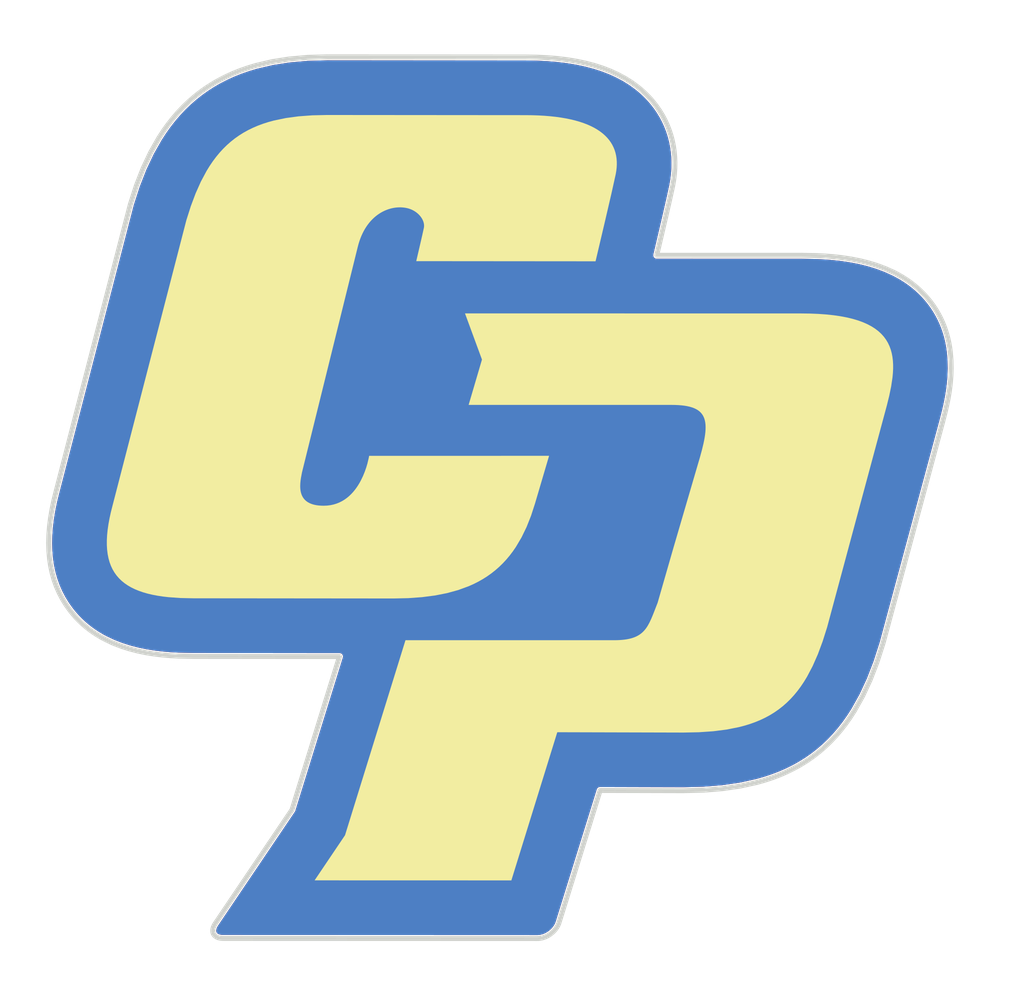
<source format=kicad_pcb>
(kicad_pcb
	(version 20240108)
	(generator "pcbnew")
	(generator_version "8.0")
	(general
		(thickness 1.6)
		(legacy_teardrops no)
	)
	(paper "A4")
	(layers
		(0 "F.Cu" signal)
		(31 "B.Cu" signal)
		(32 "B.Adhes" user "B.Adhesive")
		(33 "F.Adhes" user "F.Adhesive")
		(34 "B.Paste" user)
		(35 "F.Paste" user)
		(36 "B.SilkS" user "B.Silkscreen")
		(37 "F.SilkS" user "F.Silkscreen")
		(38 "B.Mask" user)
		(39 "F.Mask" user)
		(40 "Dwgs.User" user "User.Drawings")
		(41 "Cmts.User" user "User.Comments")
		(42 "Eco1.User" user "User.Eco1")
		(43 "Eco2.User" user "User.Eco2")
		(44 "Edge.Cuts" user)
		(45 "Margin" user)
		(46 "B.CrtYd" user "B.Courtyard")
		(47 "F.CrtYd" user "F.Courtyard")
		(48 "B.Fab" user)
		(49 "F.Fab" user)
		(50 "User.1" user)
		(51 "User.2" user)
		(52 "User.3" user)
		(53 "User.4" user)
		(54 "User.5" user)
		(55 "User.6" user)
		(56 "User.7" user)
		(57 "User.8" user)
		(58 "User.9" user)
	)
	(setup
		(pad_to_mask_clearance 0)
		(allow_soldermask_bridges_in_footprints no)
		(pcbplotparams
			(layerselection 0x00010f0_ffffffff)
			(plot_on_all_layers_selection 0x0000000_00000000)
			(disableapertmacros no)
			(usegerberextensions no)
			(usegerberattributes no)
			(usegerberadvancedattributes no)
			(creategerberjobfile no)
			(dashed_line_dash_ratio 12.000000)
			(dashed_line_gap_ratio 3.000000)
			(svgprecision 4)
			(plotframeref no)
			(viasonmask no)
			(mode 1)
			(useauxorigin no)
			(hpglpennumber 1)
			(hpglpenspeed 20)
			(hpglpendiameter 15.000000)
			(pdf_front_fp_property_popups yes)
			(pdf_back_fp_property_popups yes)
			(dxfpolygonmode yes)
			(dxfimperialunits yes)
			(dxfusepcbnewfont yes)
			(psnegative no)
			(psa4output no)
			(plotreference yes)
			(plotvalue no)
			(plotfptext yes)
			(plotinvisibletext no)
			(sketchpadsonfab no)
			(subtractmaskfromsilk yes)
			(outputformat 1)
			(mirror no)
			(drillshape 0)
			(scaleselection 1)
			(outputdirectory "plots/")
		)
	)
	(net 0 "")
	(net 1 "GND")
	(gr_poly
		(pts
			(xy 118.672775 58.972578) (xy 119.61485 58.982505) (xy 120.518552 59.012068) (xy 121.384243 59.060943)
			(xy 122.212284 59.128803) (xy 123.003036 59.215323) (xy 123.756862 59.320178) (xy 124.474122 59.443041)
			(xy 125.155178 59.583587) (xy 125.800392 59.74149) (xy 126.410125 59.916426) (xy 126.984738 60.108068)
			(xy 127.524593 60.31609) (xy 128.030052 60.540168) (xy 128.501476 60.779975) (xy 128.939226 61.035185)
			(xy 129.343664 61.305474) (xy 129.715152 61.590516) (xy 130.05405 61.889985) (xy 130.360721 62.203556)
			(xy 130.635525 62.530902) (xy 130.878825 62.871698) (xy 131.090981 63.225619) (xy 131.272356 63.592339)
			(xy 131.42331 63.971533) (xy 131.544206 64.362875) (xy 131.635404 64.766038) (xy 131.697267 65.180699)
			(xy 131.730155 65.60653) (xy 131.73443 66.043207) (xy 131.710454 66.490404) (xy 131.658588 66.947795)
			(xy 131.579193 67.415054) (xy 130.97436 70.142286) (xy 129.99957 74.339909) (xy 128.693672 79.878391)
			(xy 103.04314 79.857721) (xy 103.521188 77.807307) (xy 103.88703 76.216525) (xy 104.131447 75.112904)
			(xy 104.149315 75.006042) (xy 104.159662 74.898122) (xy 104.162641 74.789367) (xy 104.158407 74.679999)
			(xy 104.147115 74.570241) (xy 104.128917 74.460316) (xy 104.103968 74.350445) (xy 104.072422 74.240853)
			(xy 104.034433 74.131761) (xy 103.990156 74.023392) (xy 103.939744 73.915969) (xy 103.883351 73.809714)
			(xy 103.821131 73.70485) (xy 103.75324 73.6016) (xy 103.679829 73.500186) (xy 103.601055 73.400831)
			(xy 103.51707 73.303758) (xy 103.428029 73.209188) (xy 103.334085 73.117346) (xy 103.235394 73.028453)
			(xy 103.132108 72.942732) (xy 103.024383 72.860405) (xy 102.912372 72.781696) (xy 102.796229 72.706828)
			(xy 102.676108 72.636021) (xy 102.552164 72.5695) (xy 102.424549 72.507487) (xy 102.29342 72.450204)
			(xy 102.158929 72.397874) (xy 102.02123 72.350721) (xy 101.880479 72.308965) (xy 101.736828 72.272831)
			(xy 101.507083 72.226781) (xy 101.271529 72.192436) (xy 101.030801 72.170058) (xy 100.785535 72.159906)
			(xy 100.536367 72.162239) (xy 100.283933 72.177317) (xy 100.02887 72.2054) (xy 99.771813 72.246748)
			(xy 99.513399 72.301621) (xy 99.254264 72.370279) (xy 98.995043 72.45298) (xy 98.736373 72.549986)
			(xy 98.478889 72.661556) (xy 98.223229 72.787949) (xy 97.970028 72.929426) (xy 97.719922 73.086247)
			(xy 97.473546 73.25867) (xy 97.231539 73.446957) (xy 96.994534 73.651366) (xy 96.763169 73.872157)
			(xy 96.538079 74.109591) (xy 96.319901 74.363928) (xy 96.10927 74.635426) (xy 95.906823 74.924346)
			(xy 95.713196 75.230947) (xy 95.529024 75.55549) (xy 95.354945 75.898234) (xy 95.191593 76.259439)
			(xy 95.039605 76.639364) (xy 94.899618 77.038271) (xy 94.772267 77.456417) (xy 94.658188 77.894064)
			(xy 86.698307 110.080696) (xy 86.557492 110.827238) (xy 86.500057 111.221119) (xy 86.460232 111.62119)
			(xy 86.444735 112.021791) (xy 86.44821 112.220521) (xy 86.460288 112.417259) (xy 86.481807 112.6113)
			(xy 86.513609 112.801934) (xy 86.556533 112.988455) (xy 86.611419 113.170154) (xy 86.679107 113.346323)
			(xy 86.760438 113.516256) (xy 86.85625 113.679244) (xy 86.967385 113.83458) (xy 87.094682 113.981556)
			(xy 87.238982 114.119465) (xy 87.401123 114.247597) (xy 87.581947 114.365247) (xy 87.782293 114.471706)
			(xy 88.003001 114.566267) (xy 88.244911 114.648221) (xy 88.508863 114.716862) (xy 88.795698 114.771481)
			(xy 89.106255 114.81137) (xy 89.441374 114.835823) (xy 89.801895 114.844131) (xy 90.30044 114.823653)
			(xy 90.773772 114.763961) (xy 91.222505 114.66767) (xy 91.647256 114.537393) (xy 92.048639 114.375746)
			(xy 92.427271 114.185342) (xy 92.783768 113.968795) (xy 93.118744 113.728721) (xy 93.432815 113.467732)
			(xy 93.726597 113.188443) (xy 94.000706 112.893469) (xy 94.255757 112.585424) (xy 94.492365 112.266922)
			(xy 94.711147 111.940577) (xy 94.912718 111.609004) (xy 95.097693 111.274816) (xy 95.420319 110.609056)
			(xy 95.683951 109.964209) (xy 95.893512 109.36119) (xy 96.053927 108.820912) (xy 96.247022 108.01224)
			(xy 96.302631 107.705502) (xy 122.04631 107.703388) (xy 120.026855 114.548302) (xy 119.461931 116.288488)
			(xy 118.822287 117.897494) (xy 118.103947 119.377929) (xy 117.302933 120.732403) (xy 116.87018 121.363219)
			(xy 116.415266 121.963524) (xy 115.937695 122.533643) (xy 115.436969 123.073902) (xy 114.91259 123.584628)
			(xy 114.364063 124.066147) (xy 113.790888 124.518784) (xy 113.19257 124.942866) (xy 112.56861 125.33872)
			(xy 111.918512 125.706671) (xy 111.241779 126.047045) (xy 110.537912 126.360169) (xy 109.046792 126.90597)
			(xy 107.441172 127.346684) (xy 105.717076 127.684919) (xy 103.870525 127.923286) (xy 101.897542 128.064392)
			(xy 99.794147 128.110847) (xy 71.182459 128.085022) (xy 69.325191 128.046292) (xy 67.616784 127.926649)
			(xy 66.81855 127.834867) (xy 66.057705 127.720916) (xy 65.334309 127.584147) (xy 64.64842 127.423915)
			(xy 64.000096 127.23957) (xy 63.389394 127.030467) (xy 62.816374 126.795958) (xy 62.281093 126.535395)
			(xy 61.783611 126.248132) (xy 61.323984 125.933521) (xy 60.902271 125.590915) (xy 60.518531 125.219666)
			(xy 60.172822 124.819129) (xy 59.865202 124.388654) (xy 59.595728 123.927596) (xy 59.364461 123.435306)
			(xy 59.171457 122.911137) (xy 59.016774 122.354443) (xy 58.900472 121.764576) (xy 58.822608 121.140889)
			(xy 58.783241 120.482734) (xy 58.782429 119.789465) (xy 58.82023 119.060433) (xy 58.896702 118.294993)
			(xy 59.011903 117.492496) (xy 59.165893 116.652295) (xy 59.358728 115.773743) (xy 59.590468 114.856193)
			(xy 70.160137 73.990749) (xy 70.795816 71.992458) (xy 71.484742 70.157289) (xy 72.233249 68.480522)
			(xy 73.047668 66.95744) (xy 73.481575 66.252056) (xy 73.934335 65.583323) (xy 74.40674 64.950652)
			(xy 74.899581 64.353453) (xy 75.413651 63.791135) (xy 75.94974 63.263109) (xy 76.508641 62.768785)
			(xy 77.091146 62.307573) (xy 77.698045 61.878884) (xy 78.330131 61.482127) (xy 78.988195 61.116712)
			(xy 79.673029 60.78205) (xy 80.385424 60.477551) (xy 81.126172 60.202625) (xy 81.896065 59.956682)
			(xy 82.695895 59.739131) (xy 84.38853 59.386851) (xy 86.210411 59.141065) (xy 88.167871 58.997054)
			(xy 90.267242 58.950099) (xy 90.267147 58.949873)
		)
		(stroke
			(width -0.000001)
			(type solid)
		)
		(fill solid)
		(layer "F.SilkS")
		(uuid "372e5bd3-c6b1-4e4c-885e-6d8ff76acd51")
	)
	(gr_poly
		(pts
			(xy 110.015611 87.330368) (xy 110.015985 87.330375) (xy 110.016352 87.330382) (xy 110.016716 87.330391)
			(xy 158.083611 87.337593) (xy 159.363414 87.353942) (xy 160.563913 87.402541) (xy 161.687258 87.482716)
			(xy 162.735596 87.593792) (xy 163.711075 87.735097) (xy 164.615846 87.905957) (xy 165.452055 88.105698)
			(xy 166.221851 88.333646) (xy 166.927383 88.589127) (xy 167.5708 88.871468) (xy 168.15425 89.179995)
			(xy 168.67988 89.514035) (xy 169.149841 89.872913) (xy 169.56628 90.255957) (xy 169.931346 90.662491)
			(xy 170.247187 91.091844) (xy 170.515951 91.54334) (xy 170.739789 92.016306) (xy 170.920846 92.510068)
			(xy 171.061274 93.023954) (xy 171.163219 93.557288) (xy 171.22883 94.109398) (xy 171.260256 94.679609)
			(xy 171.259645 95.267248) (xy 171.229146 95.871641) (xy 171.170907 96.492115) (xy 170.979803 97.778609)
			(xy 170.703523 99.12134) (xy 170.359253 100.514919) (xy 161.820106 132.222511) (xy 161.179588 134.244531)
			(xy 160.491089 136.097989) (xy 159.746483 137.788144) (xy 158.937643 139.320254) (xy 158.506595 140.028686)
			(xy 158.05644 140.699578) (xy 157.586163 141.333588) (xy 157.094748 141.931373) (xy 156.581178 142.49359)
			(xy 156.044438 143.020898) (xy 155.483512 143.513953) (xy 154.897384 143.973412) (xy 154.285037 144.399932)
			(xy 153.645457 144.794172) (xy 152.977627 145.156788) (xy 152.28053 145.488437) (xy 151.553152 145.789777)
			(xy 150.794476 146.061466) (xy 150.003487 146.304159) (xy 149.179168 146.518516) (xy 147.426476 146.864846)
			(xy 145.528275 147.105714) (xy 143.476436 147.246379) (xy 141.262833 147.292099) (xy 123.218719 147.243477)
			(xy 116.650772 168.439247) (xy 88.503365 168.431976) (xy 92.855457 161.977722) (xy 101.502537 134.081459)
			(xy 131.341835 134.081459) (xy 131.755281 134.076037) (xy 132.144846 134.059794) (xy 132.511508 134.032765)
			(xy 132.856244 133.994984) (xy 133.180033 133.946487) (xy 133.48385 133.887307) (xy 133.768675 133.817478)
			(xy 134.035484 133.737037) (xy 134.285255 133.646017) (xy 134.518965 133.544453) (xy 134.737593 133.432379)
			(xy 134.942116 133.30983) (xy 135.133511 133.176841) (xy 135.312756 133.033446) (xy 135.480828 132.879681)
			(xy 135.638705 132.715578) (xy 135.787365 132.541174) (xy 135.927785 132.356502) (xy 136.060943 132.161597)
			(xy 136.187816 131.956495) (xy 136.426618 131.515833) (xy 136.652011 131.034794) (xy 136.871817 130.513653)
			(xy 137.093856 129.952689) (xy 137.575913 128.712395) (xy 139.810862 120.94266) (xy 143.294304 109.039886)
			(xy 143.62316 107.923616) (xy 143.904332 106.893407) (xy 144.131983 105.947321) (xy 144.223914 105.505219)
			(xy 144.300276 105.083421) (xy 144.360339 104.681685) (xy 144.403375 104.299769) (xy 144.428653 103.93743)
			(xy 144.435443 103.594426) (xy 144.423017 103.270516) (xy 144.390644 102.965456) (xy 144.337596 102.679005)
			(xy 144.263142 102.410921) (xy 144.166552 102.16096) (xy 144.047098 101.928882) (xy 143.90405 101.714443)
			(xy 143.736678 101.517401) (xy 143.544253 101.337515) (xy 143.326044 101.174542) (xy 143.081324 101.02824)
			(xy 142.80936 100.898367) (xy 142.509426 100.78468) (xy 142.18079 100.686937) (xy 141.822723 100.604895)
			(xy 141.434496 100.538314) (xy 141.015379 100.48695) (xy 140.564642 100.450562) (xy 140.081556 100.428906)
			(xy 139.565392 100.421741) (xy 110.536064 100.421741) (xy 112.409817 94.05637) (xy 112.444958 93.935444)
			(xy 110.015228 87.330357)
		)
		(stroke
			(width -0.000001)
			(type solid)
		)
		(fill solid)
		(layer "F.SilkS")
		(uuid "e972049c-4d6f-4a61-b012-a9437516f13d")
	)
	(gr_poly
		(pts
			(xy 118.670868 50.650089) (xy 120.275347 50.674945) (xy 121.816028 50.749628) (xy 123.293404 50.874313)
			(xy 124.707966 51.049174) (xy 126.060204 51.274388) (xy 127.350609 51.550128) (xy 128.579673 51.87657)
			(xy 129.747888 52.253888) (xy 130.855743 52.682257) (xy 131.903731 53.161851) (xy 132.892341 53.692847)
			(xy 133.822067 54.275418) (xy 134.693398 54.909739) (xy 135.107319 55.24636) (xy 135.506826 55.595985)
			(xy 135.89198 55.958635) (xy 136.262842 56.334331) (xy 136.619474 56.723097) (xy 136.961937 57.124952)
			(xy 137.442074 57.74449) (xy 137.88253 58.385835) (xy 138.283049 59.047861) (xy 138.64337 59.729445)
			(xy 138.963237 60.429461) (xy 139.242391 61.146786) (xy 139.480574 61.880293) (xy 139.677528 62.628859)
			(xy 139.832995 63.39136) (xy 139.946716 64.16667) (xy 140.018434 64.953664) (xy 140.047889 65.751219)
			(xy 140.034825 66.55821) (xy 139.978982 67.373511) (xy 139.880104 68.195998) (xy 139.73793 69.024548)
			(xy 139.373705 70.705716) (xy 138.78169 73.29442) (xy 137.445145 79.012859) (xy 158.080704 79.014959)
			(xy 160.335885 79.056365) (xy 161.526876 79.11823) (xy 162.748454 79.216521) (xy 163.991857 79.357978)
			(xy 165.248324 79.549338) (xy 166.509096 79.797341) (xy 167.765411 80.108726) (xy 169.008509 80.49023)
			(xy 170.22963 80.948592) (xy 171.420011 81.490552) (xy 172.000937 81.794987) (xy 172.570894 82.122848)
			(xy 173.128785 82.474978) (xy 173.673516 82.852219) (xy 174.203992 83.255413) (xy 174.719118 83.685403)
			(xy 175.217799 84.143031) (xy 175.698939 84.629139) (xy 176.161443 85.14457) (xy 176.604218 85.690166)
			(xy 177.021752 86.261214) (xy 177.401656 86.840549) (xy 177.74536 87.427084) (xy 178.054291 88.019729)
			(xy 178.32988 88.617397) (xy 178.573554 89.218999) (xy 178.786743 89.823447) (xy 178.970875 90.429652)
			(xy 179.127379 91.036527) (xy 179.257685 91.642982) (xy 179.363221 92.24793) (xy 179.445416 92.850282)
			(xy 179.545498 94.042845) (xy 179.569363 95.211966) (xy 179.52844 96.348936) (xy 179.434162 97.44505)
			(xy 179.297959 98.491601) (xy 179.131262 99.479882) (xy 178.945502 100.401186) (xy 178.75211 101.246807)
			(xy 178.388153 102.676174) (xy 169.837029 134.431725) (xy 169.79866 134.565506) (xy 168.929189 137.265137)
			(xy 167.963309 139.761353) (xy 166.895525 142.058188) (xy 165.720343 144.159679) (xy 165.090762 145.138431)
			(xy 164.43227 146.069861) (xy 163.744182 146.954471) (xy 163.025811 147.792768) (xy 162.27647 148.585255)
			(xy 161.495472 149.332437) (xy 160.682131 150.034819) (xy 159.835759 150.692904) (xy 158.95567 151.307196)
			(xy 158.041178 151.878202) (xy 157.091595 152.406424) (xy 156.106234 152.892368) (xy 155.08441 153.336537)
			(xy 154.025434 153.739437) (xy 152.928621 154.101571) (xy 151.793284 154.423444) (xy 149.404289 154.948425)
			(xy 146.852955 155.318416) (xy 144.133789 155.537451) (xy 141.241295 155.609566) (xy 129.33889 155.576416)
			(xy 123.466568 174.48188) (xy 123.427066 174.599085) (xy 123.381936 174.714748) (xy 123.331371 174.828728)
			(xy 123.275566 174.940881) (xy 123.149012 175.159134) (xy 123.003829 175.368363) (xy 122.841572 175.567423)
			(xy 122.663794 175.755171) (xy 122.47205 175.930461) (xy 122.267894 176.092149) (xy 122.052881 176.23909)
			(xy 121.828565 176.370141) (xy 121.5965 176.484157) (xy 121.358241 176.579993) (xy 121.115343 176.656505)
			(xy 120.869359 176.712548) (xy 120.745695 176.732537) (xy 120.621843 176.746979) (xy 120.497997 176.755731)
			(xy 120.374352 176.758652) (xy 75.454485 176.742775) (xy 75.322687 176.739925) (xy 75.196364 176.731561)
			(xy 75.075589 176.717819) (xy 74.960433 176.698834) (xy 74.850969 176.674743) (xy 74.747268 176.645679)
			(xy 74.649403 176.611779) (xy 74.557445 176.573177) (xy 74.471465 176.53001) (xy 74.391537 176.482412)
			(xy 74.317732 176.430519) (xy 74.250122 176.374466) (xy 74.188779 176.314389) (xy 74.133774 176.250423)
			(xy 74.08518 176.182703) (xy 74.043069 176.111365) (xy 74.007512 176.036544) (xy 73.978582 175.958376)
			(xy 73.956351 175.876995) (xy 73.940889 175.792537) (xy 73.93227 175.705137) (xy 73.930565 175.614932)
			(xy 73.935847 175.522056) (xy 73.948186 175.426644) (xy 73.967656 175.328832) (xy 73.994327 175.228756)
			(xy 74.028273 175.12655) (xy 74.069564 175.02235) (xy 74.118273 174.916291) (xy 74.174472 174.80851)
			(xy 74.238232 174.69914) (xy 74.309626 174.588318) (xy 85.272587 158.3386) (xy 92.064838 136.42318)
			(xy 71.180199 136.402443) (xy 69.05309 136.361659) (xy 67.928666 136.300725) (xy 66.774407 136.203914)
			(xy 65.598373 136.064588) (xy 64.408623 135.876113) (xy 63.213215 135.63185) (xy 62.02021 135.325164)
			(xy 60.837666 134.949417) (xy 59.673642 134.497974) (xy 58.536198 133.964198) (xy 57.979962 133.664361)
			(xy 57.433393 133.341451) (xy 56.897499 132.99464) (xy 56.373286 132.623098) (xy 55.861762 132.225995)
			(xy 55.363935 131.802502) (xy 54.880813 131.351789) (xy 54.413401 130.873026) (xy 53.962709 130.365384)
			(xy 53.529742 129.828034) (xy 52.946521 129.012364) (xy 52.424828 128.165006) (xy 51.964584 127.285589)
			(xy 51.565709 126.373742) (xy 51.228121 125.429096) (xy 50.951741 124.45128) (xy 50.736488 123.439926)
			(xy 50.582282 122.394662) (xy 50.489043 121.315119) (xy 50.45669 120.200926) (xy 50.485142 119.051715)
			(xy 50.57432 117.867114) (xy 50.724143 116.646754) (xy 50.934531 115.390264) (xy 51.205403 114.097276)
			(xy 51.536679 112.767418) (xy 60.804344 76.934656) (xy 61.97185 72.421433) (xy 62.12268 71.839709)
			(xy 62.144071 71.758082) (xy 62.150098 71.736139) (xy 62.177033 71.643866) (xy 63.029032 69.012642)
			(xy 63.987178 66.567844) (xy 65.054551 64.307171) (xy 66.234229 62.228323) (xy 66.867144 61.256365)
			(xy 67.52929 60.329001) (xy 68.221052 59.445943) (xy 68.942815 58.606904) (xy 69.694963 57.811597)
			(xy 70.477881 57.059733) (xy 71.291955 56.351025) (xy 72.137568 55.685187) (xy 73.015106 55.061929)
			(xy 73.924954 54.480965) (xy 74.867497 53.942008) (xy 75.843118 53.444769) (xy 76.852204 52.988962)
			(xy 77.89514 52.574298) (xy 78.972309 52.200491) (xy 80.084097 51.867253) (xy 82.413068 51.321332)
			(xy 84.885133 50.934236) (xy 87.50337 50.703665) (xy 90.270859 50.62732)
		)
		(stroke
			(width 0.705379)
			(type solid)
		)
		(fill none)
		(layer "F.Mask")
		(uuid "5de9f4e2-7a94-4c10-8b36-5d8160ffcd00")
	)
	(gr_poly
		(pts
			(xy 118.66935 56.700495) (xy 119.917917 56.716863) (xy 121.111792 56.766045) (xy 122.251345 56.848161)
			(xy 123.336945 56.96333) (xy 124.368961 57.111672) (xy 125.347762 57.293305) (xy 126.273719 57.508349)
			(xy 127.147199 57.756923) (xy 127.968572 58.039146) (xy 128.738208 58.355137) (xy 129.456476 58.705017)
			(xy 129.796463 58.892701) (xy 130.123746 59.088903) (xy 130.438371 59.293636) (xy 130.740386 59.506915)
			(xy 131.029835 59.728756) (xy 131.306766 59.959173) (xy 131.571223 60.198181) (xy 131.823255 60.445795)
			(xy 132.062905 60.70203) (xy 132.290222 60.966901) (xy 132.562781 61.319191) (xy 132.811946 61.683622)
			(xy 133.037644 62.059821) (xy 133.239805 62.447416) (xy 133.418354 62.846037) (xy 133.573219 63.255311)
			(xy 133.704328 63.674867) (xy 133.811608 64.104334) (xy 133.894987 64.543341) (xy 133.954393 64.991514)
			(xy 133.989752 65.448484) (xy 134.000992 65.913878) (xy 133.988041 66.387325) (xy 133.950826 66.868453)
			(xy 133.889274 67.356892) (xy 133.803314 67.852268) (xy 133.20779 70.540279) (xy 132.250882 74.664239)
			(xy 130.899094 80.400354) (xy 130.48362 82.148052) (xy 103.040333 82.125332) (xy 100.194027 82.112911)
			(xy 101.856941 74.874126) (xy 101.841327 74.852498) (xy 101.822836 74.829045) (xy 101.801407 74.804076)
			(xy 101.776982 74.777897) (xy 101.749502 74.750818) (xy 101.718906 74.723143) (xy 101.685136 74.695183)
			(xy 101.648132 74.667243) (xy 101.607835 74.639633) (xy 101.564185 74.612658) (xy 101.517124 74.586626)
			(xy 101.466591 74.561846) (xy 101.412527 74.538624) (xy 101.354873 74.517269) (xy 101.29357 74.498087)
			(xy 101.228558 74.481386) (xy 100.973573 74.438683) (xy 100.700132 74.424009) (xy 100.4117 74.439517)
			(xy 100.11174 74.487365) (xy 99.803718 74.569706) (xy 99.647766 74.624486) (xy 99.491099 74.688697)
			(xy 99.334148 74.76261) (xy 99.177347 74.846493) (xy 99.021129 74.940616) (xy 98.865927 75.045248)
			(xy 98.712174 75.160659) (xy 98.560304 75.287119) (xy 98.410749 75.424896) (xy 98.263943 75.57426)
			(xy 98.120318 75.735481) (xy 97.980308 75.908827) (xy 97.844346 76.094569) (xy 97.712865 76.292975)
			(xy 97.586298 76.504316) (xy 97.465078 76.72886) (xy 97.349638 76.966877) (xy 97.240412 77.218637)
			(xy 97.137832 77.484408) (xy 97.042332 77.76446) (xy 96.954344 78.059063) (xy 96.874302 78.368486)
			(xy 96.813355 78.616533) (xy 91.663011 99.307415) (xy 88.920296 110.533962) (xy 88.88209 110.725786)
			(xy 88.847569 110.908059) (xy 88.816679 111.080685) (xy 88.78937 111.243565) (xy 88.765587 111.396602)
			(xy 88.74528 111.5397) (xy 88.728397 111.672761) (xy 88.714883 111.795687) (xy 88.704689 111.908381)
			(xy 88.69776 112.010746) (xy 88.694046 112.102684) (xy 88.693494 112.184098) (xy 88.696051 112.254891)
			(xy 88.701666 112.314965) (xy 88.710286 112.364224) (xy 88.721859 112.402569) (xy 88.775976 112.430246)
			(xy 88.847527 112.457759) (xy 88.953762 112.489124) (xy 89.021062 112.505017) (xy 89.098446 112.520392)
			(xy 89.186384 112.534756) (xy 89.285347 112.547615) (xy 89.395805 112.558475) (xy 89.51823 112.566844)
			(xy 89.653091 112.572227) (xy 89.800861 112.574131) (xy 90.113399 112.559333) (xy 90.411147 112.51619)
			(xy 90.694427 112.446582) (xy 90.963561 112.35239) (xy 91.218867 112.235492) (xy 91.460668 112.097768)
			(xy 91.689284 111.941096) (xy 91.905036 111.767358) (xy 92.108245 111.578432) (xy 92.299231 111.376198)
			(xy 92.478316 111.162535) (xy 92.64582 110.939322) (xy 92.802064 110.70844) (xy 92.947369 110.471767)
			(xy 93.206444 109.988569) (xy 93.425612 109.504763) (xy 93.607439 109.035385) (xy 93.754492 108.595471)
			(xy 93.869337 108.200057) (xy 94.012669 107.602872) (xy 94.057968 107.364117) (xy 94.358692 105.434502)
			(xy 125.081398 105.431675) (xy 122.203018 115.186119) (xy 121.573966 117.111438) (xy 120.858397 118.895984)
			(xy 120.052805 120.542041) (xy 119.153685 122.051895) (xy 118.667956 122.75646) (xy 118.15753 123.42783)
			(xy 117.62197 124.066292) (xy 117.060837 124.672131) (xy 116.473692 125.245633) (xy 115.860098 125.787083)
			(xy 115.219617 126.296767) (xy 114.551809 126.774971) (xy 113.856238 127.22198) (xy 113.132464 127.63808)
			(xy 112.38005 128.023556) (xy 111.598558 128.378694) (xy 109.946584 128.999099) (xy 108.173038 129.501579)
			(xy 106.274414 129.88842) (xy 104.247207 130.161906) (xy 102.08791 130.324322) (xy 99.793018 130.377953)
			(xy 71.179779 130.353134) (xy 69.963653 130.33785) (xy 68.80918 130.29169) (xy 67.71495 130.214194)
			(xy 66.679556 130.104902) (xy 65.701586 129.963353) (xy 64.779633 129.789086) (xy 63.912287 129.581641)
			(xy 63.098138 129.340557) (xy 62.710572 129.207257) (xy 62.335778 129.065374) (xy 61.973578 128.914852)
			(xy 61.623796 128.755632) (xy 61.286257 128.587657) (xy 60.960785 128.41087) (xy 60.647202 128.225212)
			(xy 60.345334 128.030626) (xy 60.055003 127.827056) (xy 59.776034 127.614442) (xy 59.508251 127.392728)
			(xy 59.251477 127.161856) (xy 59.005536 126.921769) (xy 58.770252 126.672408) (xy 58.545449 126.413717)
			(xy 58.330951 126.145637) (xy 57.962322 125.625074) (xy 57.63529 125.078822) (xy 57.349797 124.506079)
			(xy 57.10579 123.906039) (xy 56.903213 123.277899) (xy 56.742012 122.620856) (xy 56.622131 121.934104)
			(xy 56.543516 121.216841) (xy 56.50611 120.468261) (xy 56.509372 119.789251) (xy 58.781768 119.789251)
			(xy 58.782584 120.48253) (xy 58.821954 121.140695) (xy 58.89982 121.764395) (xy 59.016125 122.354275)
			(xy 59.17081 122.910982) (xy 59.363817 123.435165) (xy 59.595087 123.92747) (xy 59.864563 124.388545)
			(xy 60.172186 124.819035) (xy 60.517897 125.219589) (xy 60.90164 125.590854) (xy 61.323354 125.933476)
			(xy 61.782983 126.248103) (xy 62.280468 126.535382) (xy 62.81575 126.79596) (xy 63.388772 127.030484)
			(xy 63.999475 127.239601) (xy 64.647801 127.423958) (xy 65.333691 127.584203) (xy 66.057088 127.720982)
			(xy 67.616169 127.926733) (xy 69.324576 128.046387) (xy 71.181845 128.085121) (xy 99.794052 128.110924)
			(xy 101.897443 128.064463) (xy 103.870416 127.923343) (xy 104.809239 127.816471) (xy 105.716951 127.684956)
			(xy 106.594047 127.528471) (xy 107.441026 127.346692) (xy 108.258384 127.139292) (xy 109.04662 126.905945)
			(xy 109.806231 126.646326) (xy 110.537713 126.360107) (xy 111.241564 126.046963) (xy 111.918283 125.706569)
			(xy 112.568365 125.338598) (xy 113.192308 124.942723) (xy 113.790611 124.51862) (xy 114.363769 124.065962)
			(xy 114.912281 123.584423) (xy 115.436644 123.073677) (xy 115.937355 122.533399) (xy 116.414912 121.963261)
			(xy 116.869811 121.362939) (xy 117.302551 120.732106) (xy 117.713629 120.070435) (xy 118.103541 119.377602)
			(xy 118.472786 118.65328) (xy 118.821861 117.897144) (xy 119.151263 117.108866) (xy 119.46149 116.288122)
			(xy 119.753038 115.434584) (xy 120.026405 114.547928) (xy 122.045921 107.702869) (xy 96.302792 107.704987)
			(xy 96.247176 108.011766) (xy 96.054067 108.820548) (xy 95.893642 109.360899) (xy 95.684069 109.963999)
			(xy 95.420425 110.608933) (xy 95.097786 111.274784) (xy 94.912804 111.609017) (xy 94.711226 111.940635)
			(xy 94.492438 112.267024) (xy 94.255822 112.585569) (xy 94.000765 112.893656) (xy 93.726649 113.18867)
			(xy 93.432861 113.467996) (xy 93.118783 113.72902) (xy 92.783801 113.969127) (xy 92.427299 114.185703)
			(xy 92.048661 114.376133) (xy 91.647272 114.537802) (xy 91.222517 114.668096) (xy 90.773779 114.764401)
			(xy 90.300444 114.824101) (xy 89.801895 114.844582) (xy 89.441374 114.836273) (xy 89.106254 114.81182)
			(xy 88.795696 114.771929) (xy 88.508859 114.717308) (xy 88.244905 114.648666) (xy 88.002992 114.566709)
			(xy 87.782281 114.472146) (xy 87.581931 114.365685) (xy 87.401104 114.248032) (xy 87.238959 114.119896)
			(xy 87.094655 113.981985) (xy 86.967354 113.835005) (xy 86.856215 113.679666) (xy 86.760398 113.516674)
			(xy 86.679063 113.346737) (xy 86.61137 113.170564) (xy 86.556479 112.988861) (xy 86.513551 112.802337)
			(xy 86.481744 112.611699) (xy 86.460221 112.417655) (xy 86.44466 112.02218) (xy 86.46015 111.621573)
			(xy 86.499969 111.221496) (xy 86.557399 110.827612) (xy 86.698212 110.081066) (xy 94.657413 77.893887)
			(xy 94.771492 77.456238) (xy 94.898843 77.038089) (xy 95.03883 76.63918) (xy 95.190817 76.259252)
			(xy 95.354168 75.898043) (xy 95.528247 75.555296) (xy 95.712417 75.230749) (xy 95.906044 74.924143)
			(xy 96.10849 74.635219) (xy 96.319119 74.363716) (xy 96.537296 74.109376) (xy 96.762385 73.871937)
			(xy 96.993749 73.65114) (xy 97.230753 73.446726) (xy 97.47276 73.258435) (xy 97.719134 73.086007)
			(xy 97.969239 72.929181) (xy 98.22244 72.7877) (xy 98.4781 72.661302) (xy 98.735582 72.549727) (xy 98.994252 72.452717)
			(xy 99.253473 72.370011) (xy 99.512609 72.30135) (xy 99.771023 72.246473) (xy 100.02808 72.205122)
			(xy 100.283144 72.177036) (xy 100.535579 72.161955) (xy 100.784748 72.15962) (xy 101.030016 72.169771)
			(xy 101.270746 72.192148) (xy 101.506303 72.226491) (xy 101.73605 72.272541) (xy 101.879698 72.308673)
			(xy 102.020448 72.350426) (xy 102.158145 72.397578) (xy 102.292636 72.449906) (xy 102.423765 72.507188)
			(xy 102.55138 72.569201) (xy 102.675325 72.635722) (xy 102.795448 72.706529) (xy 102.911593 72.781399)
			(xy 103.023606 72.860109) (xy 103.131334 72.942437) (xy 103.234623 73.02816) (xy 103.333318 73.117055)
			(xy 103.427264 73.2089) (xy 103.516309 73.303472) (xy 103.600298 73.400549) (xy 103.679077 73.499907)
			(xy 103.752491 73.601324) (xy 103.820387 73.704578) (xy 103.88261 73.809445) (xy 103.939007 73.915703)
			(xy 103.989423 74.02313) (xy 104.033704 74.131503) (xy 104.071696 74.240599) (xy 104.103245 74.350195)
			(xy 104.128197 74.460069) (xy 104.146397 74.569998) (xy 104.157693 74.67976) (xy 104.161928 74.789132)
			(xy 104.15895 74.89789) (xy 104.148605 75.005813) (xy 104.130737 75.112679) (xy 103.886321 76.216301)
			(xy 103.520479 77.807118) (xy 103.042431 79.857592) (xy 128.693581 79.878262) (xy 129.999524 74.339796)
			(xy 130.974346 70.142183) (xy 131.579193 67.414957) (xy 131.71045 66.490313) (xy 131.734422 66.043125)
			(xy 131.730141 65.606459) (xy 131.697245 65.180642) (xy 131.635374 64.765998) (xy 131.544166 64.362853)
			(xy 131.42326 63.971532) (xy 131.272293 63.592361) (xy 131.090906 63.225664) (xy 130.878737 62.871769)
			(xy 130.635423 62.530999) (xy 130.360605 62.20368) (xy 130.05392 61.890138) (xy 129.715007 61.590697)
			(xy 129.343505 61.305684) (xy 128.939052 61.035424) (xy 128.501288 60.780242) (xy 128.029851 60.540463)
			(xy 127.524378 60.316413) (xy 126.409885 59.9168) (xy 125.154917 59.584008) (xy 123.756584 59.320638)
			(xy 122.211995 59.129294) (xy 120.518259 59.012579) (xy 118.672485 58.973095) (xy 90.266983 58.950357)
			(xy 90.266983 58.950325) (xy 88.16761 58.997272) (xy 86.210145 59.141259) (xy 85.28265 59.251119)
			(xy 84.388257 59.387009) (xy 83.526174 59.54952) (xy 82.695611 59.739241) (xy 81.895775 59.956764)
			(xy 81.125876 60.202678) (xy 80.38512 60.477574) (xy 79.672718 60.782041) (xy 78.987876 61.11667)
			(xy 78.329804 61.48205) (xy 77.69771 61.878773) (xy 77.090803 62.307428) (xy 76.50829 62.768605)
			(xy 75.949381 63.262894) (xy 75.413283 63.790886) (xy 74.899205 64.353171) (xy 74.406355 64.950338)
			(xy 73.933942 65.582979) (xy 73.481175 66.251683) (xy 73.04726 66.95704) (xy 72.631408 67.69964)
			(xy 72.232827 68.480074) (xy 71.850724 69.298932) (xy 71.484308 70.156804) (xy 70.795372 71.991949)
			(xy 70.159685 73.990232) (xy 59.589788 114.855957) (xy 59.358052 115.773506) (xy 59.16522 116.652059)
			(xy 59.011234 117.492262) (xy 58.896035 118.294764) (xy 58.819566 119.060211) (xy 58.781768 119.789251)
			(xy 56.509372 119.789251) (xy 56.50986 119.687562) (xy 56.554711 118.873939) (xy 56.640606 118.026589)
			(xy 56.767492 117.144706) (xy 56.935313 116.227488) (xy 57.144014 115.27413) (xy 57.39354 114.283829)
			(xy 67.98204 73.348864) (xy 67.98204 73.348154) (xy 68.675335 71.18426) (xy 69.437651 69.18805) (xy 70.274183 67.35565)
			(xy 71.190129 65.683185) (xy 71.679506 64.905717) (xy 72.190684 64.166781) (xy 72.724313 63.465891)
			(xy 73.281043 62.802564) (xy 73.861523 62.176314) (xy 74.466403 61.586659) (xy 75.096332 61.033113)
			(xy 75.751959 60.515193) (xy 76.433935 60.032413) (xy 77.142908 59.584291) (xy 77.879528 59.17034)
			(xy 78.644444 58.790079) (xy 79.438307 58.443021) (xy 80.261765 58.128682) (xy 81.115468 57.846579)
			(xy 82.000066 57.596227) (xy 83.864542 57.18884) (xy 85.860389 56.902646) (xy 87.992805 56.73377)
			(xy 90.266983 56.678339) (xy 90.266274 56.677628) (xy 90.265919 56.676724)
		)
		(stroke
			(width -0.000001)
			(type solid)
		)
		(fill solid)
		(layer "F.Mask")
		(uuid "798e566a-777a-4e12-b139-b2006577fa71")
	)
	(gr_poly
		(pts
			(xy 106.757179 85.059382) (xy 106.757433 85.059406) (xy 106.757935 85.059452) (xy 110.01355 85.059452)
			(xy 158.082962 85.067688) (xy 159.381551 85.083816) (xy 160.617047 85.1324) (xy 161.790387 85.213738)
			(xy 162.90251 85.328129) (xy 163.954352 85.475873) (xy 164.946854 85.657269) (xy 165.880951 85.872615)
			(xy 166.757583 86.12221) (xy 167.577687 86.406355) (xy 167.966834 86.561476) (xy 168.3422 86.725346)
			(xy 168.703904 86.898004) (xy 169.052062 87.079485) (xy 169.386792 87.269827) (xy 169.708211 87.469069)
			(xy 170.016435 87.677246) (xy 170.311583 87.894397) (xy 170.593771 88.120559) (xy 170.863117 88.355769)
			(xy 171.119738 88.600065) (xy 171.363751 88.853484) (xy 171.595273 89.116063) (xy 171.814423 89.38784)
			(xy 172.039436 89.694515) (xy 172.246416 90.007191) (xy 172.435861 90.325653) (xy 172.608272 90.649684)
			(xy 172.903992 91.313588) (xy 173.137576 91.997171) (xy 173.313026 92.698702) (xy 173.434342 93.416449)
			(xy 173.505526 94.148683) (xy 173.530577 94.893671) (xy 173.513497 95.649681) (xy 173.458286 96.414983)
			(xy 173.368946 97.187846) (xy 173.249477 97.966538) (xy 173.103881 98.749327) (xy 172.936157 99.534483)
			(xy 172.550331 101.104969) (xy 163.995811 132.863236) (xy 163.288416 135.082433) (xy 162.519273 137.120319)
			(xy 161.681226 138.982155) (xy 160.767117 140.673203) (xy 160.279304 141.456327) (xy 159.769792 142.198727)
			(xy 159.237687 142.901061) (xy 158.682094 143.563988) (xy 158.102118 144.188164) (xy 157.496866 144.774248)
			(xy 156.865443 145.322898) (xy 156.206953 145.834771) (xy 155.520503 146.310525) (xy 154.805198 146.750819)
			(xy 154.060143 147.156308) (xy 153.284445 147.527653) (xy 152.477208 147.865509) (xy 151.637537 148.170536)
			(xy 150.764539 148.443391) (xy 149.857319 148.684731) (xy 147.936634 149.0755) (xy 145.868326 149.348106)
			(xy 143.645239 149.50781) (xy 141.260216 149.559875) (xy 124.888092 149.514366) (xy 118.307617 170.707886)
			(xy 84.234245 170.697586) (xy 85.762746 168.432091) (xy 88.502785 168.432091) (xy 116.650932 168.439278)
			(xy 123.217972 147.243675) (xy 141.262352 147.292198) (xy 143.475956 147.246475) (xy 145.527809 147.105802)
			(xy 146.495619 146.998216) (xy 147.426037 146.864921) (xy 148.320081 146.705259) (xy 149.178766 146.518574)
			(xy 150.003107 146.304208) (xy 150.79412 146.061504) (xy 151.552821 145.789805) (xy 152.280226 145.488453)
			(xy 152.97735 145.156792) (xy 153.645209 144.794164) (xy 154.284819 144.399912) (xy 154.897195 143.973379)
			(xy 155.483353 143.513908) (xy 156.044309 143.020841) (xy 156.581079 142.493521) (xy 157.094678 141.931291)
			(xy 157.586122 141.333494) (xy 158.056427 140.699473) (xy 158.506608 140.02857) (xy 158.937681 139.320128)
			(xy 159.350662 138.57349) (xy 159.746567 137.788) (xy 160.491209 136.09783) (xy 161.179734 134.244361)
			(xy 161.820267 132.222336) (xy 170.359283 100.514709) (xy 170.703548 99.121131) (xy 170.97981 97.778397)
			(xy 171.170884 96.491896) (xy 171.259583 95.26702) (xy 171.260172 94.679375) (xy 171.228722 94.109157)
			(xy 171.163086 93.557041) (xy 171.061114 93.0237) (xy 170.92066 92.509807) (xy 170.739574 92.016037)
			(xy 170.515708 91.543063) (xy 170.246915 91.091559) (xy 169.931045 90.662199) (xy 169.565951 90.255657)
			(xy 169.149484 89.872606) (xy 168.679496 89.51372) (xy 168.153838 89.179673) (xy 167.570363 88.871138)
			(xy 166.926923 88.58879) (xy 166.221368 88.333303) (xy 165.451551 88.105349) (xy 164.615323 87.905603)
			(xy 163.710536 87.734739) (xy 162.735042 87.59343) (xy 161.686693 87.48235) (xy 160.56334 87.402173)
			(xy 159.362836 87.353573) (xy 158.083031 87.337223) (xy 110.016716 87.330036) (xy 110.014614 87.330036)
			(xy 112.444473 93.935348) (xy 112.409332 94.056255) (xy 110.53558 100.421757) (xy 139.565331 100.421757)
			(xy 140.56457 100.450582) (xy 141.015303 100.486977) (xy 141.434416 100.538349) (xy 141.822641 100.60494)
			(xy 142.180706 100.686994) (xy 142.509341 100.78475) (xy 142.809276 100.898453) (xy 143.081239 101.028343)
			(xy 143.325961 101.174663) (xy 143.544171 101.337654) (xy 143.736598 101.51756) (xy 143.903973 101.714622)
			(xy 144.047024 101.929081) (xy 144.166481 102.161181) (xy 144.263074 102.411162) (xy 144.337532 102.679268)
			(xy 144.390585 102.96574) (xy 144.422962 103.270821) (xy 144.435392 103.594751) (xy 144.428607 103.937774)
			(xy 144.403333 104.300132) (xy 144.300244 105.083818) (xy 144.13196 105.947747) (xy 143.904318 106.893854)
			(xy 143.623154 107.924077) (xy 143.294304 109.040352) (xy 141.697715 114.439772) (xy 139.810793 120.942974)
			(xy 137.575752 128.71254) (xy 137.093699 129.952839) (xy 136.871656 130.513809) (xy 136.651842 131.034956)
			(xy 136.426437 131.516004) (xy 136.187621 131.956676) (xy 136.060741 132.161784) (xy 135.927575 132.356693)
			(xy 135.787147 132.54137) (xy 135.638478 132.71578) (xy 135.480592 132.879888) (xy 135.312511 133.033659)
			(xy 135.133258 133.177059) (xy 134.941854 133.310053) (xy 134.737323 133.432607) (xy 134.518687 133.544685)
			(xy 134.284969 133.646254) (xy 134.03519 133.737278) (xy 133.768374 133.817724) (xy 133.483544 133.887555)
			(xy 133.179721 133.946739) (xy 132.855927 133.995239) (xy 132.511187 134.033022) (xy 132.144522 134.060052)
			(xy 131.754954 134.076296) (xy 131.341507 134.081718) (xy 101.502506 134.081718) (xy 92.854973 161.977707)
			(xy 88.502785 168.432091) (xy 85.762746 168.432091) (xy 90.78685 160.985519) (xy 99.829189 131.811073)
			(xy 131.340408 131.811073) (xy 131.800265 131.807133) (xy 132.206771 131.793165) (xy 132.564983 131.765952)
			(xy 132.879956 131.722275) (xy 133.022808 131.693257) (xy 133.156747 131.658916) (xy 133.282403 131.61885)
			(xy 133.40041 131.572657) (xy 133.511399 131.519934) (xy 133.616002 131.460279) (xy 133.714851 131.393289)
			(xy 133.808578 131.318563) (xy 133.897814 131.235699) (xy 133.983193 131.144293) (xy 134.065346 131.043944)
			(xy 134.144904 130.934249) (xy 134.222501 130.814806) (xy 134.298767 130.685212) (xy 134.449836 130.393966)
			(xy 134.603168 130.05729) (xy 134.763819 129.671968) (xy 135.127296 128.742508) (xy 135.422882 127.983902)
			(xy 141.121757 108.380962) (xy 141.404577 107.420274) (xy 141.636644 106.578583) (xy 141.7349 106.199982)
			(xy 141.821977 105.848275) (xy 141.898374 105.522509) (xy 141.964597 105.221732) (xy 142.021146 104.944992)
			(xy 142.068525 104.691337) (xy 142.107236 104.459815) (xy 142.137782 104.249474) (xy 142.160664 104.059361)
			(xy 142.176387 103.888526) (xy 142.185452 103.736014) (xy 142.188362 103.600876) (xy 142.187921 103.551597)
			(xy 142.186619 103.504833) (xy 142.184489 103.460529) (xy 142.181565 103.418633) (xy 142.177878 103.379091)
			(xy 142.173461 103.341849) (xy 142.168348 103.306852) (xy 142.16257 103.274048) (xy 142.156161 103.243383)
			(xy 142.149154 103.214803) (xy 142.141581 103.188253) (xy 142.133474 103.163682) (xy 142.124868 103.141034)
			(xy 142.115794 103.120256) (xy 142.106285 103.101294) (xy 142.096375 103.084095) (xy 142.073843 103.066419)
			(xy 141.998315 103.021747) (xy 141.85429 102.959126) (xy 141.751747 102.923913) (xy 141.626268 102.887604)
			(xy 141.475916 102.851332) (xy 141.298751 102.816228) (xy 141.092838 102.783421) (xy 140.856239 102.754043)
			(xy 140.587016 102.729225) (xy 140.283232 102.710098) (xy 139.94295 102.697793) (xy 139.564232 102.69344)
			(xy 107.500042 102.69344) (xy 110.060089 94.013866) (xy 107.884514 88.115517) (xy 106.756931 85.059357)
		)
		(stroke
			(width -0.000001)
			(type solid)
		)
		(fill solid)
		(layer "F.Mask")
		(uuid "c883a7d7-ca72-42e0-9358-69fb8870feb7")
	)
	(gr_poly
		(pts
			(xy 118.670868 50.650089) (xy 120.275347 50.674945) (xy 121.816028 50.749628) (xy 123.293404 50.874313)
			(xy 124.707966 51.049174) (xy 126.060204 51.274388) (xy 127.350609 51.550128) (xy 128.579673 51.87657)
			(xy 129.747888 52.253888) (xy 130.855743 52.682257) (xy 131.903731 53.161851) (xy 132.892341 53.692847)
			(xy 133.822067 54.275418) (xy 134.693398 54.909739) (xy 135.107319 55.24636) (xy 135.506826 55.595985)
			(xy 135.89198 55.958635) (xy 136.262842 56.334331) (xy 136.619474 56.723097) (xy 136.961937 57.124952)
			(xy 137.442074 57.74449) (xy 137.88253 58.385835) (xy 138.283049 59.047861) (xy 138.64337 59.729445)
			(xy 138.963237 60.429461) (xy 139.242391 61.146786) (xy 139.480574 61.880293) (xy 139.677528 62.628859)
			(xy 139.832995 63.39136) (xy 139.946716 64.16667) (xy 140.018434 64.953664) (xy 140.047889 65.751219)
			(xy 140.034825 66.55821) (xy 139.978982 67.373511) (xy 139.880104 68.195998) (xy 139.73793 69.024548)
			(xy 139.373705 70.705716) (xy 138.78169 73.29442) (xy 137.445145 79.012859) (xy 158.080704 79.014959)
			(xy 160.335885 79.056365) (xy 161.526876 79.11823) (xy 162.748454 79.216521) (xy 163.991857 79.357978)
			(xy 165.248324 79.549338) (xy 166.509096 79.797341) (xy 167.765411 80.108726) (xy 169.008509 80.49023)
			(xy 170.22963 80.948592) (xy 171.420011 81.490552) (xy 172.000937 81.794987) (xy 172.570894 82.122848)
			(xy 173.128785 82.474978) (xy 173.673516 82.852219) (xy 174.203992 83.255413) (xy 174.719118 83.685403)
			(xy 175.217799 84.143031) (xy 175.698939 84.629139) (xy 176.161443 85.14457) (xy 176.604218 85.690166)
			(xy 177.021752 86.261214) (xy 177.401656 86.840549) (xy 177.74536 87.427084) (xy 178.054291 88.019729)
			(xy 178.32988 88.617397) (xy 178.573554 89.218999) (xy 178.786743 89.823447) (xy 178.970875 90.429652)
			(xy 179.127379 91.036527) (xy 179.257685 91.642982) (xy 179.363221 92.24793) (xy 179.445416 92.850282)
			(xy 179.545498 94.042845) (xy 179.569363 95.211966) (xy 179.52844 96.348936) (xy 179.434162 97.44505)
			(xy 179.297959 98.491601) (xy 179.131262 99.479882) (xy 178.945502 100.401186) (xy 178.75211 101.246807)
			(xy 178.388153 102.676174) (xy 169.837029 134.431725) (xy 169.79866 134.565506) (xy 168.929189 137.265137)
			(xy 167.963309 139.761353) (xy 166.895525 142.058188) (xy 165.720343 144.159679) (xy 165.090762 145.138431)
			(xy 164.43227 146.069861) (xy 163.744182 146.954471) (xy 163.025811 147.792768) (xy 162.27647 148.585255)
			(xy 161.495472 149.332437) (xy 160.682131 150.034819) (xy 159.835759 150.692904) (xy 158.95567 151.307196)
			(xy 158.041178 151.878202) (xy 157.091595 152.406424) (xy 156.106234 152.892368) (xy 155.08441 153.336537)
			(xy 154.025434 153.739437) (xy 152.928621 154.101571) (xy 151.793284 154.423444) (xy 149.404289 154.948425)
			(xy 146.852955 155.318416) (xy 144.133789 155.537451) (xy 141.241295 155.609566) (xy 129.33889 155.576416)
			(xy 123.466568 174.48188) (xy 123.427066 174.599085) (xy 123.381936 174.714748) (xy 123.331371 174.828728)
			(xy 123.275566 174.940881) (xy 123.149012 175.159134) (xy 123.003829 175.368363) (xy 122.841572 175.567423)
			(xy 122.663794 175.755171) (xy 122.47205 175.930461) (xy 122.267894 176.092149) (xy 122.052881 176.23909)
			(xy 121.828565 176.370141) (xy 121.5965 176.484157) (xy 121.358241 176.579993) (xy 121.115343 176.656505)
			(xy 120.869359 176.712548) (xy 120.745695 176.732537) (xy 120.621843 176.746979) (xy 120.497997 176.755731)
			(xy 120.374352 176.758652) (xy 75.454485 176.742775) (xy 75.322687 176.739925) (xy 75.196364 176.731561)
			(xy 75.075589 176.717819) (xy 74.960433 176.698834) (xy 74.850969 176.674743) (xy 74.747268 176.645679)
			(xy 74.649403 176.611779) (xy 74.557445 176.573177) (xy 74.471465 176.53001) (xy 74.391537 176.482412)
			(xy 74.317732 176.430519) (xy 74.250122 176.374466) (xy 74.188779 176.314389) (xy 74.133774 176.250423)
			(xy 74.08518 176.182703) (xy 74.043069 176.111365) (xy 74.007512 176.036544) (xy 73.978582 175.958376)
			(xy 73.956351 175.876995) (xy 73.940889 175.792537) (xy 73.93227 175.705137) (xy 73.930565 175.614932)
			(xy 73.935847 175.522056) (xy 73.948186 175.426644) (xy 73.967656 175.328832) (xy 73.994327 175.228756)
			(xy 74.028273 175.12655) (xy 74.069564 175.02235) (xy 74.118273 174.916291) (xy 74.174472 174.80851)
			(xy 74.238232 174.69914) (xy 74.309626 174.588318) (xy 85.272587 158.3386) (xy 92.064838 136.42318)
			(xy 71.180199 136.402443) (xy 69.05309 136.361659) (xy 67.928666 136.300725) (xy 66.774407 136.203914)
			(xy 65.598373 136.064588) (xy 64.408623 135.876113) (xy 63.213215 135.63185) (xy 62.02021 135.325164)
			(xy 60.837666 134.949417) (xy 59.673642 134.497974) (xy 58.536198 133.964198) (xy 57.979962 133.664361)
			(xy 57.433393 133.341451) (xy 56.897499 132.99464) (xy 56.373286 132.623098) (xy 55.861762 132.225995)
			(xy 55.363935 131.802502) (xy 54.880813 131.351789) (xy 54.413401 130.873026) (xy 53.962709 130.365384)
			(xy 53.529742 129.828034) (xy 52.946521 129.012364) (xy 52.424828 128.165006) (xy 51.964584 127.285589)
			(xy 51.565709 126.373742) (xy 51.228121 125.429096) (xy 50.951741 124.45128) (xy 50.736488 123.439926)
			(xy 50.582282 122.394662) (xy 50.489043 121.315119) (xy 50.45669 120.200926) (xy 50.485142 119.051715)
			(xy 50.57432 117.867114) (xy 50.724143 116.646754) (xy 50.934531 115.390264) (xy 51.205403 114.097276)
			(xy 51.536679 112.767418) (xy 60.804344 76.934656) (xy 61.97185 72.421433) (xy 62.12268 71.839709)
			(xy 62.144071 71.758082) (xy 62.150098 71.736139) (xy 62.177033 71.643866) (xy 63.029032 69.012642)
			(xy 63.987178 66.567844) (xy 65.054551 64.307171) (xy 66.234229 62.228323) (xy 66.867144 61.256365)
			(xy 67.52929 60.329001) (xy 68.221052 59.445943) (xy 68.942815 58.606904) (xy 69.694963 57.811597)
			(xy 70.477881 57.059733) (xy 71.291955 56.351025) (xy 72.137568 55.685187) (xy 73.015106 55.061929)
			(xy 73.924954 54.480965) (xy 74.867497 53.942008) (xy 75.843118 53.444769) (xy 76.852204 52.988962)
			(xy 77.89514 52.574298) (xy 78.972309 52.200491) (xy 80.084097 51.867253) (xy 82.413068 51.321332)
			(xy 84.885133 50.934236) (xy 87.50337 50.703665) (xy 90.270859 50.62732)
		)
		(stroke
			(width 0.705379)
			(type solid)
		)
		(fill none)
		(layer "Edge.Cuts")
		(uuid "c9794f26-55e6-494c-992a-77126b34fb15")
	)
	(zone
		(net 1)
		(net_name "GND")
		(layer "F.Cu")
		(uuid "bea9ee92-c350-4bf3-be2b-d7bc35d2db28")
		(hatch edge 0.5)
		(connect_pads
			(clearance 0.5)
		)
		(min_thickness 0.25)
		(filled_areas_thickness no)
		(fill yes
			(thermal_gap 0.5)
			(thermal_bridge_width 0.5)
			(island_removal_mode 1)
			(island_area_min 10)
		)
		(polygon
			(pts
				(xy 100.1 46.4) (xy 64.4 50.6) (xy 45.7 133.2) (xy 75 182.3) (xy 128.1 181.2) (xy 167.2 152.3) (xy 186.5 82.9)
				(xy 137.2 48.5)
			)
		)
		(filled_polygon
			(layer "F.Cu")
			(pts
				(xy 118.665967 51.150585) (xy 118.667715 51.150599) (xy 120.257297 51.175225) (xy 120.261371 51.175354)
				(xy 121.780677 51.249001) (xy 121.785005 51.249288) (xy 123.239241 51.37202) (xy 123.24402 51.372517)
				(xy 124.63357 51.544286) (xy 124.638656 51.545024) (xy 125.963984 51.765756) (xy 125.969518 51.766808)
				(xy 127.231045 52.036378) (xy 127.236926 52.037786) (xy 128.420525 52.352152) (xy 128.435239 52.35606)
				(xy 128.441516 52.357905) (xy 129.542094 52.713378) (xy 129.577257 52.724735) (xy 129.583861 52.727076)
				(xy 130.657707 53.142295) (xy 130.66457 53.145189) (xy 131.67738 53.608685) (xy 131.684418 53.612181)
				(xy 132.443558 54.019925) (xy 132.637113 54.123886) (xy 132.64428 54.12805) (xy 133.532773 54.684784)
				(xy 133.537919 54.688008) (xy 133.545053 54.692831) (xy 134.385315 55.304535) (xy 134.390552 55.308566)
				(xy 134.782787 55.627551) (xy 134.786212 55.630441) (xy 135.168668 55.965144) (xy 135.17201 55.968178)
				(xy 135.540561 56.315196) (xy 135.543804 56.318363) (xy 135.89861 56.677794) (xy 135.901739 56.681082)
				(xy 136.242934 57.053018) (xy 136.245936 57.056413) (xy 136.571584 57.438538) (xy 136.575212 57.443001)
				(xy 137.035476 58.036894) (xy 137.039667 58.042637) (xy 137.459755 58.654324) (xy 137.463634 58.660337)
				(xy 137.845483 59.291503) (xy 137.849008 59.297729) (xy 138.192469 59.94742) (xy 138.195626 59.953833)
				(xy 138.230027 60.029118) (xy 138.50055 60.621146) (xy 138.503325 60.627712) (xy 138.769491 61.311666)
				(xy 138.771871 61.318339) (xy 138.999071 62.018023) (xy 139.001052 62.024768) (xy 139.18904 62.739255)
				(xy 139.190621 62.746034) (xy 139.33912 63.474361) (xy 139.340307 63.481138) (xy 139.449031 64.222378)
				(xy 139.449832 64.229121) (xy 139.518467 64.982288) (xy 139.518895 64.988964) (xy 139.547117 65.753114)
				(xy 139.547185 65.759698) (xy 139.534653 66.533823) (xy 139.534379 66.54029) (xy 139.480744 67.323335)
				(xy 139.480148 67.329661) (xy 139.385056 68.12066) (xy 139.384156 68.126831) (xy 139.24693 68.92655)
				(xy 139.245904 68.931835) (xy 138.885301 70.596282) (xy 138.884992 70.59767) (xy 138.294138 73.181297)
				(xy 138.294005 73.181874) (xy 136.960071 78.889139) (xy 136.959097 78.893021) (xy 136.944653 78.946908)
				(xy 136.943591 78.954971) (xy 136.943034 78.954897) (xy 136.943026 78.954964) (xy 136.943584 78.95502)
				(xy 136.942783 78.963109) (xy 136.944579 79.018908) (xy 136.944643 79.022909) (xy 136.944637 79.0787)
				(xy 136.945697 79.086755) (xy 136.945142 79.086827) (xy 136.945153 79.086902) (xy 136.945705 79.086812)
				(xy 136.947024 79.094825) (xy 136.963194 79.148235) (xy 136.964292 79.152083) (xy 136.978733 79.205999)
				(xy 136.981842 79.213505) (xy 136.98132 79.213721) (xy 136.981348 79.213786) (xy 136.981863 79.213554)
				(xy 136.985212 79.220954) (xy 136.985213 79.220958) (xy 137.014674 79.268391) (xy 137.01671 79.271791)
				(xy 137.04461 79.320127) (xy 137.049559 79.326577) (xy 137.049112 79.326919) (xy 137.049157 79.326976)
				(xy 137.049592 79.32662) (xy 137.054743 79.332903) (xy 137.054745 79.332906) (xy 137.095441 79.371062)
				(xy 137.098317 79.373847) (xy 137.137793 79.413331) (xy 137.144238 79.418277) (xy 137.143893 79.418725)
				(xy 137.143942 79.418761) (xy 137.144272 79.418303) (xy 137.150873 79.423038) (xy 137.150879 79.423041)
				(xy 137.150882 79.423044) (xy 137.200103 79.449385) (xy 137.203586 79.451324) (xy 137.239651 79.47215)
				(xy 137.251912 79.479231) (xy 137.251917 79.479232) (xy 137.259425 79.482344) (xy 137.259207 79.482867)
				(xy 137.259266 79.482891) (xy 137.259466 79.482361) (xy 137.267067 79.485226) (xy 137.267071 79.485226)
				(xy 137.267073 79.485228) (xy 137.321455 79.497938) (xy 137.325306 79.498905) (xy 137.357721 79.507594)
				(xy 137.379202 79.513352) (xy 137.37921 79.513352) (xy 137.387261 79.514413) (xy 137.387186 79.514976)
				(xy 137.387257 79.514984) (xy 137.387313 79.51442) (xy 137.395395 79.515221) (xy 137.395397 79.51522)
				(xy 137.395398 79.515221) (xy 137.451216 79.513422) (xy 137.455197 79.513359) (xy 158.075073 79.515457)
				(xy 158.077143 79.515477) (xy 160.316265 79.556588) (xy 160.320327 79.556731) (xy 161.492078 79.617596)
				(xy 161.495494 79.617821) (xy 162.698099 79.714586) (xy 162.702076 79.714973) (xy 163.92358 79.853937)
				(xy 163.92815 79.854545) (xy 165.159696 80.04211) (xy 165.164889 80.043015) (xy 166.397607 80.285501)
				(xy 166.40342 80.286792) (xy 167.628399 80.59041) (xy 167.6349 80.592212) (xy 168.843361 80.963086)
				(xy 168.850554 80.965537) (xy 170.033828 81.409693) (xy 170.041611 81.412922) (xy 171.196877 81.938893)
				(xy 171.203015 81.941896) (xy 171.494904 82.094861) (xy 171.757746 82.232604) (xy 171.762018 82.234951)
				(xy 172.310231 82.550305) (xy 172.314586 82.55293) (xy 172.751905 82.828957) (xy 172.850377 82.89111)
				(xy 172.854789 82.894029) (xy 173.377205 83.255816) (xy 173.381642 83.259036) (xy 173.88979 83.645259)
				(xy 173.894217 83.648786) (xy 174.387123 84.060229) (xy 174.391502 84.064062) (xy 174.868342 84.501647)
				(xy 174.872632 84.505778) (xy 175.332462 84.970356) (xy 175.336624 84.974771) (xy 175.778592 85.467315)
				(xy 175.782583 85.471992) (xy 176.205676 85.993338) (xy 176.20949 85.998288) (xy 176.608345 86.543788)
				(xy 176.611941 86.548978) (xy 176.974485 87.10184) (xy 176.977777 87.107146) (xy 177.305731 87.666805)
				(xy 177.30869 87.672154) (xy 177.405992 87.858815) (xy 177.603467 88.237646) (xy 177.606114 88.243041)
				(xy 177.869191 88.813572) (xy 177.871516 88.818943) (xy 178.104294 89.393644) (xy 178.106304 89.398951)
				(xy 178.310157 89.976928) (xy 178.311864 89.982134) (xy 178.488115 90.562392) (xy 178.48954 90.567466)
				(xy 178.639562 91.149206) (xy 178.640723 91.154122) (xy 178.765801 91.736249) (xy 178.766723 91.740987)
				(xy 178.841747 92.171039) (xy 178.868177 92.322536) (xy 178.868883 92.327082) (xy 178.947317 92.901871)
				(xy 178.948022 92.908266) (xy 179.045097 94.064988) (xy 179.045505 94.072827) (xy 179.068607 95.204565)
				(xy 179.068553 95.211556) (xy 179.028823 96.315385) (xy 179.028447 96.321551) (xy 178.936671 97.388573)
				(xy 178.93609 97.39395) (xy 178.803163 98.415335) (xy 178.802473 98.419956) (xy 178.639389 99.386818)
				(xy 178.63867 99.390703) (xy 178.456467 100.294365) (xy 178.455792 100.297501) (xy 178.265916 101.127749)
				(xy 178.265203 101.130702) (xy 177.904178 102.548549) (xy 177.903747 102.550193) (xy 169.355063 134.296684)
				(xy 169.354523 134.298628) (xy 169.320327 134.417859) (xy 169.319161 134.421687) (xy 168.458307 137.094562)
				(xy 168.455923 137.101295) (xy 167.503972 139.561514) (xy 167.50077 139.569041) (xy 166.451514 141.826022)
				(xy 166.447298 141.83427) (xy 165.292924 143.898554) (xy 165.288985 143.905115) (xy 164.677205 144.856193)
				(xy 164.674169 144.860692) (xy 164.031833 145.769268) (xy 164.028458 145.773819) (xy 163.358212 146.635491)
				(xy 163.354492 146.640045) (xy 162.655711 147.455482) (xy 162.651654 147.459989) (xy 161.923555 148.230012)
				(xy 161.919175 148.234418) (xy 161.160986 148.959778) (xy 161.156312 148.964027) (xy 160.367153 149.645527)
				(xy 160.362221 149.649569) (xy 159.54124 150.287911) (xy 159.536098 150.291701) (xy 158.682314 150.887633)
				(xy 158.677016 150.891132) (xy 157.789495 151.445297) (xy 157.7841 151.44848) (xy 156.861785 151.961534)
				(xy 156.856351 151.964382) (xy 155.898357 152.43683) (xy 155.892944 152.43934) (xy 154.898183 152.871745)
				(xy 154.892845 152.873919) (xy 153.86049 153.26669) (xy 153.855273 153.268543) (xy 152.784331 153.622134)
				(xy 152.779276 153.623684) (xy 151.674782 153.936813) (xy 151.667574 153.938625) (xy 149.318918 154.454741)
				(xy 149.3101 154.456347) (xy 146.800812 154.820242) (xy 146.792972 154.821126) (xy 144.110861 155.037177)
				(xy 144.103996 155.037538) (xy 141.23753 155.109004) (xy 141.234094 155.109043) (xy 129.351694 155.075949)
				(xy 129.347158 155.075853) (xy 129.292749 155.073709) (xy 129.284663 155.074452) (xy 129.284628 155.074076)
				(xy 129.282396 155.074322) (xy 129.282445 155.074697) (xy 129.274384 155.075735) (xy 129.221756 155.089679)
				(xy 129.217358 155.090759) (xy 129.164208 155.102781) (xy 129.156586 155.105593) (xy 129.156454 155.105236)
				(xy 129.154377 155.106046) (xy 129.154522 155.106398) (xy 129.147006 155.109486) (xy 129.099747 155.136595)
				(xy 129.095776 155.138777) (xy 129.047574 155.164132) (xy 129.040938 155.168821) (xy 129.040719 155.168512)
				(xy 129.038921 155.169832) (xy 129.039152 155.170134) (xy 129.032692 155.175061) (xy 128.994071 155.213467)
				(xy 128.990802 155.216601) (xy 128.950795 155.253577) (xy 128.945598 155.259825) (xy 128.945306 155.259582)
				(xy 128.943911 155.261323) (xy 128.944212 155.261555) (xy 128.939246 155.267988) (xy 128.911867 155.315106)
				(xy 128.909518 155.318983) (xy 128.880463 155.365022) (xy 128.877061 155.3724) (xy 128.876717 155.372241)
				(xy 128.875817 155.374291) (xy 128.876167 155.374437) (xy 128.873036 155.381935) (xy 128.858792 155.434507)
				(xy 128.857527 155.43886) (xy 122.990803 174.326302) (xy 122.98989 174.329122) (xy 122.957461 174.425341)
				(xy 122.955473 174.430812) (xy 122.920838 174.519576) (xy 122.918667 174.524786) (xy 122.879458 174.613169)
				(xy 122.877127 174.618125) (xy 122.836352 174.700071) (xy 122.832607 174.707031) (xy 122.728752 174.88614)
				(xy 122.723357 174.894631) (xy 122.606386 175.063202) (xy 122.600625 175.070856) (xy 122.468279 175.23322)
				(xy 122.462203 175.240133) (xy 122.315854 175.39469) (xy 122.309481 175.400952) (xy 122.15066 175.546144)
				(xy 122.14398 175.55183) (xy 121.974379 175.686152) (xy 121.967358 175.691322) (xy 121.788732 175.813396)
				(xy 121.781318 175.818087) (xy 121.595527 175.92663) (xy 121.587656 175.930856) (xy 121.396609 176.02472)
				(xy 121.388203 176.028469) (xy 121.193865 176.106638) (xy 121.184846 176.109867) (xy 120.989152 176.17151)
				(xy 120.979442 176.174141) (xy 120.777585 176.22013) (xy 120.769826 176.221639) (xy 120.679437 176.236249)
				(xy 120.674013 176.237003) (xy 120.578018 176.248197) (xy 120.572397 176.248724) (xy 120.477322 176.255443)
				(xy 120.47151 176.255716) (xy 120.370046 176.258113) (xy 120.367073 176.258148) (xy 75.461337 176.242277)
				(xy 75.458699 176.242248) (xy 75.347382 176.23984) (xy 75.341872 176.239598) (xy 75.244135 176.233127)
				(xy 75.238309 176.232603) (xy 75.147714 176.222295) (xy 75.141561 176.221438) (xy 75.05825 176.207703)
				(xy 75.051768 176.206457) (xy 74.975813 176.18974) (xy 74.969004 176.188038) (xy 74.919417 176.174141)
				(xy 74.900447 176.168824) (xy 74.893334 176.166598) (xy 74.832086 176.145382) (xy 74.824694 176.142553)
				(xy 74.77072 176.119895) (xy 74.763083 176.11638) (xy 74.71607 176.092777) (xy 74.708262 176.088499)
				(xy 74.667946 176.064491) (xy 74.660069 176.059387) (xy 74.625887 176.035353) (xy 74.618065 176.029376)
				(xy 74.614896 176.026749) (xy 74.589464 176.005663) (xy 74.581847 175.998797) (xy 74.55809 175.97553)
				(xy 74.550835 175.967789) (xy 74.531146 175.944893) (xy 74.524424 175.936345) (xy 74.508055 175.913533)
				(xy 74.502025 175.904284) (xy 74.488307 175.881045) (xy 74.483099 175.871244) (xy 74.47152 175.846881)
				(xy 74.46723 175.836706) (xy 74.457486 175.810378) (xy 74.45416 175.800014) (xy 74.446209 175.770907)
				(xy 74.443856 175.760575) (xy 74.437859 175.727823) (xy 74.436436 175.717696) (xy 74.432785 175.680684)
				(xy 74.432211 175.6709) (xy 74.431421 175.6291) (xy 74.431598 175.619754) (xy 74.434266 175.572842)
				(xy 74.435085 175.564034) (xy 74.441835 175.511843) (xy 74.443195 175.503553) (xy 74.454625 175.446135)
				(xy 74.456421 175.438411) (xy 74.463821 175.410647) (xy 74.473107 175.375799) (xy 74.475236 175.36868)
				(xy 74.497696 175.301055) (xy 74.500079 175.294509) (xy 74.528742 175.22218) (xy 74.531336 175.216112)
				(xy 74.566569 175.139395) (xy 74.569302 175.133815) (xy 74.591147 175.09192) (xy 74.611474 175.052935)
				(xy 74.614264 175.04788) (xy 74.663629 174.963202) (xy 74.666498 174.958526) (xy 74.726788 174.86494)
				(xy 74.728235 174.862744) (xy 74.753311 174.825576) (xy 85.647035 158.678483) (xy 85.656159 158.667846)
				(xy 85.655685 158.667452) (xy 85.660878 158.661199) (xy 85.660883 158.661196) (xy 85.690833 158.61367)
				(xy 85.692918 158.610475) (xy 85.724345 158.563894) (xy 85.727847 158.556869) (xy 85.731145 158.549708)
				(xy 85.747768 158.496069) (xy 85.748954 158.49244) (xy 85.767262 158.439294) (xy 85.767262 158.439284)
				(xy 85.768883 158.431328) (xy 85.769487 158.431451) (xy 85.772065 158.417674) (xy 92.522103 136.638455)
				(xy 92.528227 136.624468) (xy 92.527918 136.62434) (xy 92.531036 136.616833) (xy 92.531036 136.616831)
				(xy 92.531038 136.616829) (xy 92.54511 136.564512) (xy 92.546373 136.560148) (xy 92.56241 136.508409)
				(xy 92.56241 136.508405) (xy 92.563783 136.500393) (xy 92.564114 136.500449) (xy 92.564537 136.497666)
				(xy 92.564203 136.497622) (xy 92.565269 136.489578) (xy 92.565272 136.489569) (xy 92.565325 136.435442)
				(xy 92.565417 136.430832) (xy 92.567515 136.376723) (xy 92.567513 136.376716) (xy 92.566767 136.368633)
				(xy 92.5671 136.368602) (xy 92.566787 136.365797) (xy 92.566455 136.365841) (xy 92.565403 136.357785)
				(xy 92.551453 136.305514) (xy 92.550332 136.30097) (xy 92.538363 136.248204) (xy 92.535546 136.240581)
				(xy 92.535861 136.240464) (xy 92.534835 136.23784) (xy 92.534523 136.237969) (xy 92.531422 136.230462)
				(xy 92.531421 136.230457) (xy 92.504405 136.183557) (xy 92.502174 136.179508) (xy 92.47694 136.131609)
				(xy 92.476936 136.131605) (xy 92.476936 136.131604) (xy 92.472245 136.124973) (xy 92.472518 136.124779)
				(xy 92.470852 136.122515) (xy 92.470586 136.122719) (xy 92.465644 136.116266) (xy 92.465643 136.116264)
				(xy 92.427408 136.077953) (xy 92.424183 136.074597) (xy 92.418062 136.067982) (xy 92.387434 136.034884)
				(xy 92.38743 136.034881) (xy 92.381182 136.02969) (xy 92.381395 136.029433) (xy 92.379196 136.027675)
				(xy 92.378993 136.027941) (xy 92.372546 136.022983) (xy 92.325713 135.995882) (xy 92.321709 135.993463)
				(xy 92.275944 135.964621) (xy 92.268562 135.961223) (xy 92.2687 135.960921) (xy 92.266115 135.959789)
				(xy 92.265988 135.960096) (xy 92.258488 135.956981) (xy 92.258487 135.95698) (xy 92.258484 135.956979)
				(xy 92.258479 135.956977) (xy 92.20622 135.942918) (xy 92.201728 135.941619) (xy 92.190285 135.938072)
				(xy 92.150066 135.925608) (xy 92.150063 135.925607) (xy 92.150061 135.925607) (xy 92.142058 135.924236)
				(xy 92.142113 135.923909) (xy 92.139324 135.923485) (xy 92.139281 135.923814) (xy 92.131228 135.922745)
				(xy 92.07713 135.922691) (xy 92.072454 135.922598) (xy 92.018381 135.920502) (xy 92.010293 135.92125)
				(xy 92.010262 135.920918) (xy 91.995082 135.92261) (xy 71.186372 135.901948) (xy 71.184118 135.901925)
				(xy 69.073598 135.861459) (xy 69.069265 135.8613) (xy 67.964986 135.801458) (xy 67.961332 135.801206)
				(xy 66.826896 135.706058) (xy 66.822672 135.705631) (xy 65.669418 135.569004) (xy 65.664605 135.568338)
				(xy 64.500653 135.383951) (xy 64.495229 135.382968) (xy 63.328725 135.144611) (xy 63.322677 135.143216)
				(xy 62.161778 134.844782) (xy 62.155101 134.842865) (xy 61.007775 134.47831) (xy 61.000488 134.475742)
				(xy 59.874653 134.039108) (xy 59.866812 134.035752) (xy 58.764564 133.518494) (xy 58.758404 133.515392)
				(xy 58.443904 133.345862) (xy 58.228197 133.229586) (xy 58.224005 133.227218) (xy 57.813716 132.984822)
				(xy 57.698944 132.917015) (xy 57.694646 132.914357) (xy 57.180485 132.581611) (xy 57.176153 132.578676)
				(xy 56.673794 132.222623) (xy 56.669458 132.219405) (xy 56.179726 131.83922) (xy 56.175419 131.83572)
				(xy 55.699128 131.430547) (xy 55.694887 131.426768) (xy 55.414329 131.165031) (xy 55.232889 130.995762)
				(xy 55.228751 130.991717) (xy 54.781873 130.533986) (xy 54.777872 130.529689) (xy 54.346906 130.044268)
				(xy 54.343077 130.039742) (xy 53.930741 129.527997) (xy 53.92643 129.52232) (xy 53.366161 128.738749)
				(xy 53.361437 128.731636) (xy 53.114678 128.330841) (xy 52.862443 127.921149) (xy 52.858185 127.913659)
				(xy 52.418125 127.07281) (xy 52.414393 127.06503) (xy 52.032912 126.192944) (xy 52.02975 126.184978)
				(xy 51.706548 125.280585) (xy 51.703991 125.272583) (xy 51.50585 124.571574) (xy 51.438954 124.3349)
				(xy 51.437004 124.327019) (xy 51.23013 123.355034) (xy 51.22875 123.347372) (xy 51.080172 122.340254)
				(xy 51.079305 122.332831) (xy 50.989221 121.289822) (xy 50.988814 121.282762) (xy 50.958954 120.25441)
				(xy 50.957465 120.203155) (xy 50.957452 120.196536) (xy 50.9851 119.079784) (xy 50.985409 119.073606)
				(xy 51.072306 117.919302) (xy 51.072873 117.913567) (xy 51.219252 116.721257) (xy 51.220022 116.715955)
				(xy 51.426072 115.485381) (xy 51.426993 115.48049) (xy 51.69286 114.211395) (xy 51.6939 114.206858)
				(xy 51.764951 113.921634) (xy 52.021721 112.890873) (xy 52.021914 112.890111) (xy 61.289049 77.059399)
				(xy 62.23381 73.407241) (xy 62.456447 72.546595) (xy 62.456464 72.546528) (xy 62.607037 71.965797)
				(xy 62.60711 71.965816) (xy 62.607117 71.965488) (xy 62.627314 71.888421) (xy 62.627619 71.887283)
				(xy 62.631443 71.873358) (xy 62.631928 71.87165) (xy 62.654941 71.792813) (xy 62.65597 71.789465)
				(xy 63.499389 69.184741) (xy 63.501898 69.177724) (xy 64.445466 66.770122) (xy 64.448764 66.762477)
				(xy 65.497142 64.542031) (xy 65.501396 64.533831) (xy 66.660134 62.491887) (xy 66.66404 62.485471)
				(xy 67.279277 61.54066) (xy 67.282218 61.536348) (xy 67.928568 60.631105) (xy 67.93183 60.626746)
				(xy 68.606219 59.765866) (xy 68.609797 59.761507) (xy 69.312661 58.944437) (xy 69.316536 58.940141)
				(xy 70.048298 58.166389) (xy 70.052439 58.162216) (xy 70.813561 57.431284) (xy 70.817981 57.427241)
				(xy 71.609007 56.738598) (xy 71.613675 56.734733) (xy 72.435078 56.087959) (xy 72.439965 56.084303)
				(xy 73.292374 55.478892) (xy 73.297402 55.475504) (xy 74.181501 54.910981) (xy 74.186605 54.907895)
				(xy 75.102918 54.383936) (xy 75.1081 54.381136) (xy 76.057323 53.897351) (xy 76.062549 53.894841)
				(xy 77.045241 53.450957) (xy 77.050386 53.448774) (xy 78.067199 53.044496) (xy 78.072281 53.042604)
				(xy 79.123789 52.677702) (xy 79.128798 52.676084) (xy 80.209548 52.352149) (xy 80.216833 52.350205)
				(xy 82.50454 51.813955) (xy 82.513603 51.812187) (xy 84.941737 51.431971) (xy 84.950028 51.430957)
				(xy 87.528551 51.203884) (xy 87.535943 51.203456) (xy 90.275848 51.127872) (xy 90.279307 51.127826)
			)
		)
	)
	(zone
		(net 1)
		(net_name "GND")
		(layer "B.Cu")
		(uuid "454ab601-152e-4b83-b1d3-1cc40f7b1cd8")
		(hatch edge 0.5)
		(priority 1)
		(connect_pads
			(clearance 0.5)
		)
		(min_thickness 0.25)
		(filled_areas_thickness no)
		(fill yes
			(thermal_gap 0.5)
			(thermal_bridge_width 0.5)
			(island_removal_mode 1)
			(island_area_min 10)
		)
		(polygon
			(pts
				(xy 100.3 42.5) (xy 63 48.1) (xy 43.5 133.7) (xy 75 185.7) (xy 129.9 183.6) (xy 170 153) (xy 190 81.8)
				(xy 139.8 45.5) (xy 124.8 42.5)
			)
		)
		(filled_polygon
			(layer "B.Cu")
			(pts
				(xy 118.665967 51.150585) (xy 118.667715 51.150599) (xy 120.257297 51.175225) (xy 120.261371 51.175354)
				(xy 121.780677 51.249001) (xy 121.785005 51.249288) (xy 123.239241 51.37202) (xy 123.24402 51.372517)
				(xy 124.63357 51.544286) (xy 124.638656 51.545024) (xy 125.963984 51.765756) (xy 125.969518 51.766808)
				(xy 127.231045 52.036378) (xy 127.236926 52.037786) (xy 128.420525 52.352152) (xy 128.435239 52.35606)
				(xy 128.441516 52.357905) (xy 129.542094 52.713378) (xy 129.577257 52.724735) (xy 129.583861 52.727076)
				(xy 130.657707 53.142295) (xy 130.66457 53.145189) (xy 131.67738 53.608685) (xy 131.684418 53.612181)
				(xy 132.443558 54.019925) (xy 132.637113 54.123886) (xy 132.64428 54.12805) (xy 133.532773 54.684784)
				(xy 133.537919 54.688008) (xy 133.545053 54.692831) (xy 134.385315 55.304535) (xy 134.390552 55.308566)
				(xy 134.782787 55.627551) (xy 134.786212 55.630441) (xy 135.168668 55.965144) (xy 135.17201 55.968178)
				(xy 135.540561 56.315196) (xy 135.543804 56.318363) (xy 135.89861 56.677794) (xy 135.901739 56.681082)
				(xy 136.242934 57.053018) (xy 136.245936 57.056413) (xy 136.571584 57.438538) (xy 136.575212 57.443001)
				(xy 137.035476 58.036894) (xy 137.039667 58.042637) (xy 137.459755 58.654324) (xy 137.463634 58.660337)
				(xy 137.845483 59.291503) (xy 137.849008 59.297729) (xy 138.192469 59.94742) (xy 138.195626 59.953833)
				(xy 138.230027 60.029118) (xy 138.50055 60.621146) (xy 138.503325 60.627712) (xy 138.769491 61.311666)
				(xy 138.771871 61.318339) (xy 138.999071 62.018023) (xy 139.001052 62.024768) (xy 139.18904 62.739255)
				(xy 139.190621 62.746034) (xy 139.33912 63.474361) (xy 139.340307 63.481138) (xy 139.449031 64.222378)
				(xy 139.449832 64.229121) (xy 139.518467 64.982288) (xy 139.518895 64.988964) (xy 139.547117 65.753114)
				(xy 139.547185 65.759698) (xy 139.534653 66.533823) (xy 139.534379 66.54029) (xy 139.480744 67.323335)
				(xy 139.480148 67.329661) (xy 139.385056 68.12066) (xy 139.384156 68.126831) (xy 139.24693 68.92655)
				(xy 139.245904 68.931835) (xy 138.885301 70.596282) (xy 138.884992 70.59767) (xy 138.294138 73.181297)
				(xy 138.294005 73.181874) (xy 136.960071 78.889139) (xy 136.959097 78.893021) (xy 136.944653 78.946908)
				(xy 136.943591 78.954971) (xy 136.943034 78.954897) (xy 136.943026 78.954964) (xy 136.943584 78.95502)
				(xy 136.942783 78.963109) (xy 136.944579 79.018908) (xy 136.944643 79.022909) (xy 136.944637 79.0787)
				(xy 136.945697 79.086755) (xy 136.945142 79.086827) (xy 136.945153 79.086902) (xy 136.945705 79.086812)
				(xy 136.947024 79.094825) (xy 136.963194 79.148235) (xy 136.964292 79.152083) (xy 136.978733 79.205999)
				(xy 136.981842 79.213505) (xy 136.98132 79.213721) (xy 136.981348 79.213786) (xy 136.981863 79.213554)
				(xy 136.985212 79.220954) (xy 136.985213 79.220958) (xy 137.014674 79.268391) (xy 137.01671 79.271791)
				(xy 137.04461 79.320127) (xy 137.049559 79.326577) (xy 137.049112 79.326919) (xy 137.049157 79.326976)
				(xy 137.049592 79.32662) (xy 137.054743 79.332903) (xy 137.054745 79.332906) (xy 137.095441 79.371062)
				(xy 137.098317 79.373847) (xy 137.137793 79.413331) (xy 137.144238 79.418277) (xy 137.143893 79.418725)
				(xy 137.143942 79.418761) (xy 137.144272 79.418303) (xy 137.150873 79.423038) (xy 137.150879 79.423041)
				(xy 137.150882 79.423044) (xy 137.200103 79.449385) (xy 137.203586 79.451324) (xy 137.239651 79.47215)
				(xy 137.251912 79.479231) (xy 137.251917 79.479232) (xy 137.259425 79.482344) (xy 137.259207 79.482867)
				(xy 137.259266 79.482891) (xy 137.259466 79.482361) (xy 137.267067 79.485226) (xy 137.267071 79.485226)
				(xy 137.267073 79.485228) (xy 137.321455 79.497938) (xy 137.325306 79.498905) (xy 137.357721 79.507594)
				(xy 137.379202 79.513352) (xy 137.37921 79.513352) (xy 137.387261 79.514413) (xy 137.387186 79.514976)
				(xy 137.387257 79.514984) (xy 137.387313 79.51442) (xy 137.395395 79.515221) (xy 137.395397 79.51522)
				(xy 137.395398 79.515221) (xy 137.451216 79.513422) (xy 137.455197 79.513359) (xy 158.075073 79.515457)
				(xy 158.077143 79.515477) (xy 160.316265 79.556588) (xy 160.320327 79.556731) (xy 161.492078 79.617596)
				(xy 161.495494 79.617821) (xy 162.698099 79.714586) (xy 162.702076 79.714973) (xy 163.92358 79.853937)
				(xy 163.92815 79.854545) (xy 165.159696 80.04211) (xy 165.164889 80.043015) (xy 166.397607 80.285501)
				(xy 166.40342 80.286792) (xy 167.628399 80.59041) (xy 167.6349 80.592212) (xy 168.843361 80.963086)
				(xy 168.850554 80.965537) (xy 170.033828 81.409693) (xy 170.041611 81.412922) (xy 171.196877 81.938893)
				(xy 171.203015 81.941896) (xy 171.494904 82.094861) (xy 171.757746 82.232604) (xy 171.762018 82.234951)
				(xy 172.310231 82.550305) (xy 172.314586 82.55293) (xy 172.751905 82.828957) (xy 172.850377 82.89111)
				(xy 172.854789 82.894029) (xy 173.377205 83.255816) (xy 173.381642 83.259036) (xy 173.88979 83.645259)
				(xy 173.894217 83.648786) (xy 174.387123 84.060229) (xy 174.391502 84.064062) (xy 174.868342 84.501647)
				(xy 174.872632 84.505778) (xy 175.332462 84.970356) (xy 175.336624 84.974771) (xy 175.778592 85.467315)
				(xy 175.782583 85.471992) (xy 176.205676 85.993338) (xy 176.20949 85.998288) (xy 176.608345 86.543788)
				(xy 176.611941 86.548978) (xy 176.974485 87.10184) (xy 176.977777 87.107146) (xy 177.305731 87.666805)
				(xy 177.30869 87.672154) (xy 177.405992 87.858815) (xy 177.603467 88.237646) (xy 177.606114 88.243041)
				(xy 177.869191 88.813572) (xy 177.871516 88.818943) (xy 178.104294 89.393644) (xy 178.106304 89.398951)
				(xy 178.310157 89.976928) (xy 178.311864 89.982134) (xy 178.488115 90.562392) (xy 178.48954 90.567466)
				(xy 178.639562 91.149206) (xy 178.640723 91.154122) (xy 178.765801 91.736249) (xy 178.766723 91.740987)
				(xy 178.841747 92.171039) (xy 178.868177 92.322536) (xy 178.868883 92.327082) (xy 178.947317 92.901871)
				(xy 178.948022 92.908266) (xy 179.045097 94.064988) (xy 179.045505 94.072827) (xy 179.068607 95.204565)
				(xy 179.068553 95.211556) (xy 179.028823 96.315385) (xy 179.028447 96.321551) (xy 178.936671 97.388573)
				(xy 178.93609 97.39395) (xy 178.803163 98.415335) (xy 178.802473 98.419956) (xy 178.639389 99.386818)
				(xy 178.63867 99.390703) (xy 178.456467 100.294365) (xy 178.455792 100.297501) (xy 178.265916 101.127749)
				(xy 178.265203 101.130702) (xy 177.904178 102.548549) (xy 177.903747 102.550193) (xy 169.355063 134.296684)
				(xy 169.354523 134.298628) (xy 169.320327 134.417859) (xy 169.319161 134.421687) (xy 168.458307 137.094562)
				(xy 168.455923 137.101295) (xy 167.503972 139.561514) (xy 167.50077 139.569041) (xy 166.451514 141.826022)
				(xy 166.447298 141.83427) (xy 165.292924 143.898554) (xy 165.288985 143.905115) (xy 164.677205 144.856193)
				(xy 164.674169 144.860692) (xy 164.031833 145.769268) (xy 164.028458 145.773819) (xy 163.358212 146.635491)
				(xy 163.354492 146.640045) (xy 162.655711 147.455482) (xy 162.651654 147.459989) (xy 161.923555 148.230012)
				(xy 161.919175 148.234418) (xy 161.160986 148.959778) (xy 161.156312 148.964027) (xy 160.367153 149.645527)
				(xy 160.362221 149.649569) (xy 159.54124 150.287911) (xy 159.536098 150.291701) (xy 158.682314 150.887633)
				(xy 158.677016 150.891132) (xy 157.789495 151.445297) (xy 157.7841 151.44848) (xy 156.861785 151.961534)
				(xy 156.856351 151.964382) (xy 155.898357 152.43683) (xy 155.892944 152.43934) (xy 154.898183 152.871745)
				(xy 154.892845 152.873919) (xy 153.86049 153.26669) (xy 153.855273 153.268543) (xy 152.784331 153.622134)
				(xy 152.779276 153.623684) (xy 151.674782 153.936813) (xy 151.667574 153.938625) (xy 149.318918 154.454741)
				(xy 149.3101 154.456347) (xy 146.800812 154.820242) (xy 146.792972 154.821126) (xy 144.110861 155.037177)
				(xy 144.103996 155.037538) (xy 141.23753 155.109004) (xy 141.234094 155.109043) (xy 129.351694 155.075949)
				(xy 129.347158 155.075853) (xy 129.292749 155.073709) (xy 129.284663 155.074452) (xy 129.284628 155.074076)
				(xy 129.282396 155.074322) (xy 129.282445 155.074697) (xy 129.274384 155.075735) (xy 129.221756 155.089679)
				(xy 129.217358 155.090759) (xy 129.164208 155.102781) (xy 129.156586 155.105593) (xy 129.156454 155.105236)
				(xy 129.154377 155.106046) (xy 129.154522 155.106398) (xy 129.147006 155.109486) (xy 129.099747 155.136595)
				(xy 129.095776 155.138777) (xy 129.047574 155.164132) (xy 129.040938 155.168821) (xy 129.040719 155.168512)
				(xy 129.038921 155.169832) (xy 129.039152 155.170134) (xy 129.032692 155.175061) (xy 128.994071 155.213467)
				(xy 128.990802 155.216601) (xy 128.950795 155.253577) (xy 128.945598 155.259825) (xy 128.945306 155.259582)
				(xy 128.943911 155.261323) (xy 128.944212 155.261555) (xy 128.939246 155.267988) (xy 128.911867 155.315106)
				(xy 128.909518 155.318983) (xy 128.880463 155.365022) (xy 128.877061 155.3724) (xy 128.876717 155.372241)
				(xy 128.875817 155.374291) (xy 128.876167 155.374437) (xy 128.873036 155.381935) (xy 128.858792 155.434507)
				(xy 128.857527 155.43886) (xy 122.990803 174.326302) (xy 122.98989 174.329122) (xy 122.957461 174.425341)
				(xy 122.955473 174.430812) (xy 122.920838 174.519576) (xy 122.918667 174.524786) (xy 122.879458 174.613169)
				(xy 122.877127 174.618125) (xy 122.836352 174.700071) (xy 122.832607 174.707031) (xy 122.728752 174.88614)
				(xy 122.723357 174.894631) (xy 122.606386 175.063202) (xy 122.600625 175.070856) (xy 122.468279 175.23322)
				(xy 122.462203 175.240133) (xy 122.315854 175.39469) (xy 122.309481 175.400952) (xy 122.15066 175.546144)
				(xy 122.14398 175.55183) (xy 121.974379 175.686152) (xy 121.967358 175.691322) (xy 121.788732 175.813396)
				(xy 121.781318 175.818087) (xy 121.595527 175.92663) (xy 121.587656 175.930856) (xy 121.396609 176.02472)
				(xy 121.388203 176.028469) (xy 121.193865 176.106638) (xy 121.184846 176.109867) (xy 120.989152 176.17151)
				(xy 120.979442 176.174141) (xy 120.777585 176.22013) (xy 120.769826 176.221639) (xy 120.679437 176.236249)
				(xy 120.674013 176.237003) (xy 120.578018 176.248197) (xy 120.572397 176.248724) (xy 120.477322 176.255443)
				(xy 120.47151 176.255716) (xy 120.370046 176.258113) (xy 120.367073 176.258148) (xy 75.461337 176.242277)
				(xy 75.458699 176.242248) (xy 75.347382 176.23984) (xy 75.341872 176.239598) (xy 75.244135 176.233127)
				(xy 75.238309 176.232603) (xy 75.147714 176.222295) (xy 75.141561 176.221438) (xy 75.05825 176.207703)
				(xy 75.051768 176.206457) (xy 74.975813 176.18974) (xy 74.969004 176.188038) (xy 74.919417 176.174141)
				(xy 74.900447 176.168824) (xy 74.893334 176.166598) (xy 74.832086 176.145382) (xy 74.824694 176.142553)
				(xy 74.77072 176.119895) (xy 74.763083 176.11638) (xy 74.71607 176.092777) (xy 74.708262 176.088499)
				(xy 74.667946 176.064491) (xy 74.660069 176.059387) (xy 74.625887 176.035353) (xy 74.618065 176.029376)
				(xy 74.614896 176.026749) (xy 74.589464 176.005663) (xy 74.581847 175.998797) (xy 74.55809 175.97553)
				(xy 74.550835 175.967789) (xy 74.531146 175.944893) (xy 74.524424 175.936345) (xy 74.508055 175.913533)
				(xy 74.502025 175.904284) (xy 74.488307 175.881045) (xy 74.483099 175.871244) (xy 74.47152 175.846881)
				(xy 74.46723 175.836706) (xy 74.457486 175.810378) (xy 74.45416 175.800014) (xy 74.446209 175.770907)
				(xy 74.443856 175.760575) (xy 74.437859 175.727823) (xy 74.436436 175.717696) (xy 74.432785 175.680684)
				(xy 74.432211 175.6709) (xy 74.431421 175.6291) (xy 74.431598 175.619754) (xy 74.434266 175.572842)
				(xy 74.435085 175.564034) (xy 74.441835 175.511843) (xy 74.443195 175.503553) (xy 74.454625 175.446135)
				(xy 74.456421 175.438411) (xy 74.463821 175.410647) (xy 74.473107 175.375799) (xy 74.475236 175.36868)
				(xy 74.497696 175.301055) (xy 74.500079 175.294509) (xy 74.528742 175.22218) (xy 74.531336 175.216112)
				(xy 74.566569 175.139395) (xy 74.569302 175.133815) (xy 74.591147 175.09192) (xy 74.611474 175.052935)
				(xy 74.614264 175.04788) (xy 74.663629 174.963202) (xy 74.666498 174.958526) (xy 74.726788 174.86494)
				(xy 74.728235 174.862744) (xy 74.753311 174.825576) (xy 85.647035 158.678483) (xy 85.656159 158.667846)
				(xy 85.655685 158.667452) (xy 85.660878 158.661199) (xy 85.660883 158.661196) (xy 85.690833 158.61367)
				(xy 85.692918 158.610475) (xy 85.724345 158.563894) (xy 85.727847 158.556869) (xy 85.731145 158.549708)
				(xy 85.747768 158.496069) (xy 85.748954 158.49244) (xy 85.767262 158.439294) (xy 85.767262 158.439284)
				(xy 85.768883 158.431328) (xy 85.769487 158.431451) (xy 85.772065 158.417674) (xy 92.522103 136.638455)
				(xy 92.528227 136.624468) (xy 92.527918 136.62434) (xy 92.531036 136.616833) (xy 92.531036 136.616831)
				(xy 92.531038 136.616829) (xy 92.54511 136.564512) (xy 92.546373 136.560148) (xy 92.56241 136.508409)
				(xy 92.56241 136.508405) (xy 92.563783 136.500393) (xy 92.564114 136.500449) (xy 92.564537 136.497666)
				(xy 92.564203 136.497622) (xy 92.565269 136.489578) (xy 92.565272 136.489569) (xy 92.565325 136.435442)
				(xy 92.565417 136.430832) (xy 92.567515 136.376723) (xy 92.567513 136.376716) (xy 92.566767 136.368633)
				(xy 92.5671 136.368602) (xy 92.566787 136.365797) (xy 92.566455 136.365841) (xy 92.565403 136.357785)
				(xy 92.551453 136.305514) (xy 92.550332 136.30097) (xy 92.538363 136.248204) (xy 92.535546 136.240581)
				(xy 92.535861 136.240464) (xy 92.534835 136.23784) (xy 92.534523 136.237969) (xy 92.531422 136.230462)
				(xy 92.531421 136.230457) (xy 92.504405 136.183557) (xy 92.502174 136.179508) (xy 92.47694 136.131609)
				(xy 92.476936 136.131605) (xy 92.476936 136.131604) (xy 92.472245 136.124973) (xy 92.472518 136.124779)
				(xy 92.470852 136.122515) (xy 92.470586 136.122719) (xy 92.465644 136.116266) (xy 92.465643 136.116264)
				(xy 92.427408 136.077953) (xy 92.424183 136.074597) (xy 92.418062 136.067982) (xy 92.387434 136.034884)
				(xy 92.38743 136.034881) (xy 92.381182 136.02969) (xy 92.381395 136.029433) (xy 92.379196 136.027675)
				(xy 92.378993 136.027941) (xy 92.372546 136.022983) (xy 92.325713 135.995882) (xy 92.321709 135.993463)
				(xy 92.275944 135.964621) (xy 92.268562 135.961223) (xy 92.2687 135.960921) (xy 92.266115 135.959789)
				(xy 92.265988 135.960096) (xy 92.258488 135.956981) (xy 92.258487 135.95698) (xy 92.258484 135.956979)
				(xy 92.258479 135.956977) (xy 92.20622 135.942918) (xy 92.201728 135.941619) (xy 92.190285 135.938072)
				(xy 92.150066 135.925608) (xy 92.150063 135.925607) (xy 92.150061 135.925607) (xy 92.142058 135.924236)
				(xy 92.142113 135.923909) (xy 92.139324 135.923485) (xy 92.139281 135.923814) (xy 92.131228 135.922745)
				(xy 92.07713 135.922691) (xy 92.072454 135.922598) (xy 92.018381 135.920502) (xy 92.010293 135.92125)
				(xy 92.010262 135.920918) (xy 91.995082 135.92261) (xy 71.186372 135.901948) (xy 71.184118 135.901925)
				(xy 69.073598 135.861459) (xy 69.069265 135.8613) (xy 67.964986 135.801458) (xy 67.961332 135.801206)
				(xy 66.826896 135.706058) (xy 66.822672 135.705631) (xy 65.669418 135.569004) (xy 65.664605 135.568338)
				(xy 64.500653 135.383951) (xy 64.495229 135.382968) (xy 63.328725 135.144611) (xy 63.322677 135.143216)
				(xy 62.161778 134.844782) (xy 62.155101 134.842865) (xy 61.007775 134.47831) (xy 61.000488 134.475742)
				(xy 59.874653 134.039108) (xy 59.866812 134.035752) (xy 58.764564 133.518494) (xy 58.758404 133.515392)
				(xy 58.443904 133.345862) (xy 58.228197 133.229586) (xy 58.224005 133.227218) (xy 57.813716 132.984822)
				(xy 57.698944 132.917015) (xy 57.694646 132.914357) (xy 57.180485 132.581611) (xy 57.176153 132.578676)
				(xy 56.673794 132.222623) (xy 56.669458 132.219405) (xy 56.179726 131.83922) (xy 56.175419 131.83572)
				(xy 55.699128 131.430547) (xy 55.694887 131.426768) (xy 55.414329 131.165031) (xy 55.232889 130.995762)
				(xy 55.228751 130.991717) (xy 54.781873 130.533986) (xy 54.777872 130.529689) (xy 54.346906 130.044268)
				(xy 54.343077 130.039742) (xy 53.930741 129.527997) (xy 53.92643 129.52232) (xy 53.366161 128.738749)
				(xy 53.361437 128.731636) (xy 53.114678 128.330841) (xy 52.862443 127.921149) (xy 52.858185 127.913659)
				(xy 52.418125 127.07281) (xy 52.414393 127.06503) (xy 52.032912 126.192944) (xy 52.02975 126.184978)
				(xy 51.706548 125.280585) (xy 51.703991 125.272583) (xy 51.50585 124.571574) (xy 51.438954 124.3349)
				(xy 51.437004 124.327019) (xy 51.23013 123.355034) (xy 51.22875 123.347372) (xy 51.080172 122.340254)
				(xy 51.079305 122.332831) (xy 50.989221 121.289822) (xy 50.988814 121.282762) (xy 50.958954 120.25441)
				(xy 50.957465 120.203155) (xy 50.957452 120.196536) (xy 50.9851 119.079784) (xy 50.985409 119.073606)
				(xy 51.072306 117.919302) (xy 51.072873 117.913567) (xy 51.219252 116.721257) (xy 51.220022 116.715955)
				(xy 51.426072 115.485381) (xy 51.426993 115.48049) (xy 51.69286 114.211395) (xy 51.6939 114.206858)
				(xy 51.764951 113.921634) (xy 52.021721 112.890873) (xy 52.021914 112.890111) (xy 61.289049 77.059399)
				(xy 62.23381 73.407241) (xy 62.456447 72.546595) (xy 62.456464 72.546528) (xy 62.607037 71.965797)
				(xy 62.60711 71.965816) (xy 62.607117 71.965488) (xy 62.627314 71.888421) (xy 62.627619 71.887283)
				(xy 62.631443 71.873358) (xy 62.631928 71.87165) (xy 62.654941 71.792813) (xy 62.65597 71.789465)
				(xy 63.499389 69.184741) (xy 63.501898 69.177724) (xy 64.445466 66.770122) (xy 64.448764 66.762477)
				(xy 65.497142 64.542031) (xy 65.501396 64.533831) (xy 66.660134 62.491887) (xy 66.66404 62.485471)
				(xy 67.279277 61.54066) (xy 67.282218 61.536348) (xy 67.928568 60.631105) (xy 67.93183 60.626746)
				(xy 68.606219 59.765866) (xy 68.609797 59.761507) (xy 69.312661 58.944437) (xy 69.316536 58.940141)
				(xy 70.048298 58.166389) (xy 70.052439 58.162216) (xy 70.813561 57.431284) (xy 70.817981 57.427241)
				(xy 71.609007 56.738598) (xy 71.613675 56.734733) (xy 72.435078 56.087959) (xy 72.439965 56.084303)
				(xy 73.292374 55.478892) (xy 73.297402 55.475504) (xy 74.181501 54.910981) (xy 74.186605 54.907895)
				(xy 75.102918 54.383936) (xy 75.1081 54.381136) (xy 76.057323 53.897351) (xy 76.062549 53.894841)
				(xy 77.045241 53.450957) (xy 77.050386 53.448774) (xy 78.067199 53.044496) (xy 78.072281 53.042604)
				(xy 79.123789 52.677702) (xy 79.128798 52.676084) (xy 80.209548 52.352149) (xy 80.216833 52.350205)
				(xy 82.50454 51.813955) (xy 82.513603 51.812187) (xy 84.941737 51.431971) (xy 84.950028 51.430957)
				(xy 87.528551 51.203884) (xy 87.535943 51.203456) (xy 90.275848 51.127872) (xy 90.279307 51.127826)
			)
		)
	)
	(group ""
		(uuid "761a103c-821c-4f27-9b4f-5dfabb7beb7c")
		(members "372e5bd3-c6b1-4e4c-885e-6d8ff76acd51" "e972049c-4d6f-4a61-b012-a9437516f13d")
	)
	(group ""
		(uuid "06745b48-f79b-41b0-9955-dd71524f3ee8")
		(members "5de9f4e2-7a94-4c10-8b36-5d8160ffcd00" "798e566a-777a-4e12-b139-b2006577fa71"
			"c883a7d7-ca72-42e0-9358-69fb8870feb7"
		)
	)
	(group ""
		(uuid "eb943020-be5b-44ea-942c-f37b0d82d94e")
		(members "c9794f26-55e6-494c-992a-77126b34fb15")
	)
)

</source>
